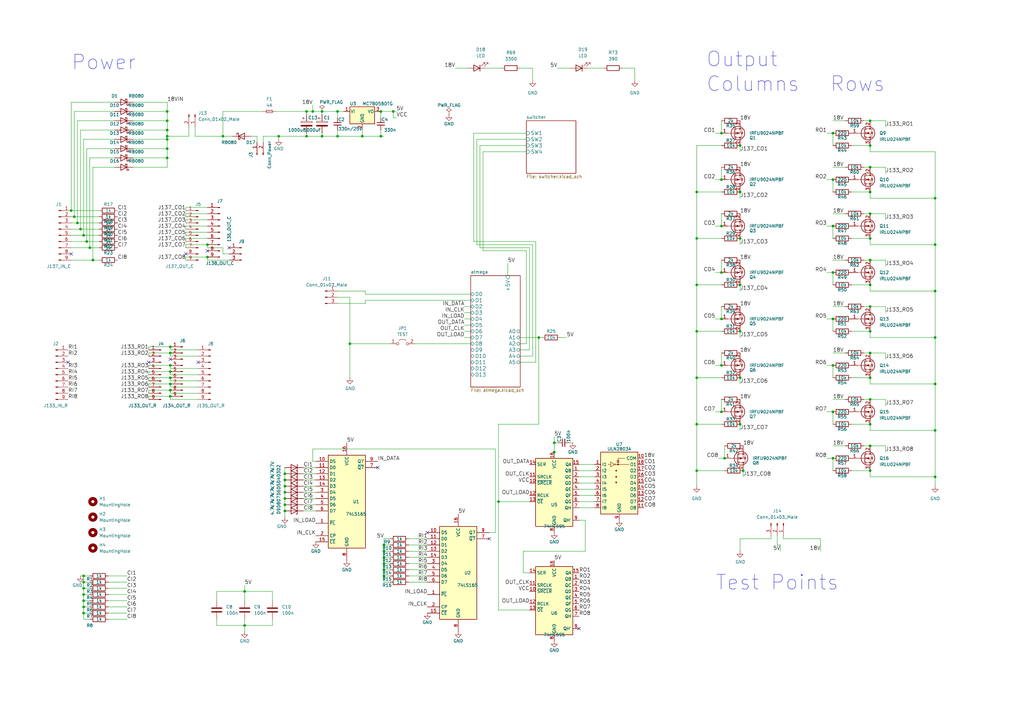
<source format=kicad_sch>
(kicad_sch (version 20211123) (generator eeschema)
  (paper "A3")
  (title_block (title "afterglow") (rev "1.5") (company "bitfield labs"))
  (lib_symbols
    (symbol "74xx:74HC595"
      (property "Reference" "U" (at -7.62 13.97 0))
      (property "Value" "74HC595" (at -7.62 -16.51 0))
      (symbol "74HC595_1_0"
        (pin tri_state line (at 10.16 7.62 180) (length 2.54) (name "QB") (number "1"))
        (pin input line (at -10.16 2.54 0) (length 2.54) (name "~{SRCLR}") (number "10"))
        (pin input line (at -10.16 5.08 0) (length 2.54) (name "SRCLK") (number "11"))
        (pin input line (at -10.16 -2.54 0) (length 2.54) (name "RCLK") (number "12"))
        (pin input line (at -10.16 -5.08 0) (length 2.54) (name "~{OE}") (number "13"))
        (pin input line (at -10.16 10.16 0) (length 2.54) (name "SER") (number "14"))
        (pin tri_state line (at 10.16 10.16 180) (length 2.54) (name "QA") (number "15"))
        (pin power_in line (at 0 15.24 270) (length 2.54) (name "VCC") (number "16"))
        (pin tri_state line (at 10.16 5.08 180) (length 2.54) (name "QC") (number "2"))
        (pin tri_state line (at 10.16 2.54 180) (length 2.54) (name "QD") (number "3"))
        (pin tri_state line (at 10.16 0 180) (length 2.54) (name "QE") (number "4"))
        (pin tri_state line (at 10.16 -2.54 180) (length 2.54) (name "QF") (number "5"))
        (pin tri_state line (at 10.16 -5.08 180) (length 2.54) (name "QG") (number "6"))
        (pin tri_state line (at 10.16 -7.62 180) (length 2.54) (name "QH") (number "7"))
        (pin power_in line (at 0 -17.78 90) (length 2.54) (name "GND") (number "8"))
        (pin output line (at 10.16 -12.7 180) (length 2.54) (name "QH'") (number "9"))
      )
    )
    (symbol "74xx:74LS165"
      (property "Reference" "U" (at -7.62 19.05 0))
      (property "Value" "74LS165" (at -7.62 -21.59 0))
      (symbol "74LS165_1_0"
        (pin input line (at -12.7 -10.16 0) (length 5.08) (name "~{PL}") (number "1"))
        (pin input line (at -12.7 15.24 0) (length 5.08) (name "DS") (number "10"))
        (pin input line (at -12.7 12.7 0) (length 5.08) (name "D0") (number "11"))
        (pin input line (at -12.7 10.16 0) (length 5.08) (name "D1") (number "12"))
        (pin input line (at -12.7 7.62 0) (length 5.08) (name "D2") (number "13"))
        (pin input line (at -12.7 5.08 0) (length 5.08) (name "D3") (number "14"))
        (pin input line (at -12.7 -17.78 0) (length 5.08) (name "~{CE}") (number "15"))
        (pin power_in line (at 0 22.86 270) (length 5.08) (name "VCC") (number "16"))
        (pin input line (at -12.7 -15.24 0) (length 5.08) (name "CP") (number "2"))
        (pin input line (at -12.7 2.54 0) (length 5.08) (name "D4") (number "3"))
        (pin input line (at -12.7 0 0) (length 5.08) (name "D5") (number "4"))
        (pin input line (at -12.7 -2.54 0) (length 5.08) (name "D6") (number "5"))
        (pin input line (at -12.7 -5.08 0) (length 5.08) (name "D7") (number "6"))
        (pin output line (at 12.7 12.7 180) (length 5.08) (name "~{Q7}") (number "7"))
        (pin power_in line (at 0 -25.4 90) (length 5.08) (name "GND") (number "8"))
        (pin output line (at 12.7 15.24 180) (length 5.08) (name "Q7") (number "9"))
      )
    )
    (symbol "Connector:Conn_01x02_Male" (pin_names (offset 1.016) hide)
      (property "Reference" "J" (at 0 2.54 0))
      (property "Value" "Conn_01x02_Male" (at 0 -5.08 0))
      (symbol "Conn_01x02_Male_1_1"
        (pin passive line (at 5.08 0 180) (length 3.81) (name "Pin_1") (number "1"))
        (pin passive line (at 5.08 -2.54 180) (length 3.81) (name "Pin_2") (number "2"))
      )
    )
    (symbol "Connector:Conn_01x03_Male" (pin_names (offset 1.016) hide)
      (property "Reference" "J" (at 0 5.08 0))
      (property "Value" "Conn_01x03_Male" (at 0 -5.08 0))
      (symbol "Conn_01x03_Male_1_1"
        (pin passive line (at 5.08 2.54 180) (length 3.81) (name "Pin_1") (number "1"))
        (pin passive line (at 5.08 0 180) (length 3.81) (name "Pin_2") (number "2"))
        (pin passive line (at 5.08 -2.54 180) (length 3.81) (name "Pin_3") (number "3"))
      )
    )
    (symbol "Connector:Conn_01x09_Male" (pin_names (offset 1.016) hide)
      (property "Reference" "J" (at 0 12.7 0))
      (property "Value" "Conn_01x09_Male" (at 0 -12.7 0))
      (symbol "Conn_01x09_Male_1_1"
        (pin passive line (at 5.08 10.16 180) (length 3.81) (name "Pin_1") (number "1"))
        (pin passive line (at 5.08 7.62 180) (length 3.81) (name "Pin_2") (number "2"))
        (pin passive line (at 5.08 5.08 180) (length 3.81) (name "Pin_3") (number "3"))
        (pin passive line (at 5.08 2.54 180) (length 3.81) (name "Pin_4") (number "4"))
        (pin passive line (at 5.08 0 180) (length 3.81) (name "Pin_5") (number "5"))
        (pin passive line (at 5.08 -2.54 180) (length 3.81) (name "Pin_6") (number "6"))
        (pin passive line (at 5.08 -5.08 180) (length 3.81) (name "Pin_7") (number "7"))
        (pin passive line (at 5.08 -7.62 180) (length 3.81) (name "Pin_8") (number "8"))
        (pin passive line (at 5.08 -10.16 180) (length 3.81) (name "Pin_9") (number "9"))
      )
    )
    (symbol "Device:C" (pin_numbers hide) (pin_names (offset 0.254))
      (property "Reference" "C" (at 0.635 2.54 0))
      (property "Value" "C" (at 0.635 -2.54 0))
      (symbol "C_1_1"
        (pin passive line (at 0 3.81 270) (length 2.794) (name "~") (number "1"))
        (pin passive line (at 0 -3.81 90) (length 2.794) (name "~") (number "2"))
      )
    )
    (symbol "Device:CP" (pin_numbers hide) (pin_names (offset 0.254))
      (property "Reference" "C" (at 0.635 2.54 0))
      (property "Value" "Device_CP" (at 0.635 -2.54 0))
      (symbol "CP_1_1"
        (pin passive line (at 0 3.81 270) (length 2.794) (name "~") (number "1"))
        (pin passive line (at 0 -3.81 90) (length 2.794) (name "~") (number "2"))
      )
    )
    (symbol "Device:C_Small" (pin_numbers hide) (pin_names (offset 0.254) hide)
      (property "Reference" "C" (at 0.254 1.778 0))
      (property "Value" "C_Small" (at 0.254 -2.032 0))
      (symbol "C_Small_1_1"
        (pin passive line (at 0 2.54 270) (length 2.032) (name "~") (number "1"))
        (pin passive line (at 0 -2.54 90) (length 2.032) (name "~") (number "2"))
      )
    )
    (symbol "Device:D_Schottky" (pin_numbers hide) (pin_names (offset 1.016) hide)
      (property "Reference" "D" (at 0 2.54 0))
      (property "Value" "D_Schottky" (at 0 -2.54 0))
      (symbol "D_Schottky_1_1"
        (pin passive line (at -3.81 0 0) (length 2.54) (name "K") (number "1"))
        (pin passive line (at 3.81 0 180) (length 2.54) (name "A") (number "2"))
      )
    )
    (symbol "Device:D_Zener" (pin_numbers hide) (pin_names (offset 1.016) hide)
      (property "Reference" "D" (at 0 2.54 0))
      (property "Value" "D_Zener" (at 0 -2.54 0))
      (symbol "D_Zener_1_1"
        (pin passive line (at -3.81 0 0) (length 2.54) (name "K") (number "1"))
        (pin passive line (at 3.81 0 180) (length 2.54) (name "A") (number "2"))
      )
    )
    (symbol "Device:Fuse_Small" (pin_numbers hide) (pin_names (offset 0.254) hide)
      (property "Reference" "F" (at 0 -1.524 0))
      (property "Value" "Fuse_Small" (at 0 1.524 0))
      (symbol "Fuse_Small_1_1"
        (pin passive line (at -2.54 0 0) (length 1.27) (name "~") (number "1"))
        (pin passive line (at 2.54 0 180) (length 1.27) (name "~") (number "2"))
      )
    )
    (symbol "Device:LED" (pin_numbers hide) (pin_names (offset 1.016) hide)
      (property "Reference" "D" (at 0 2.54 0))
      (property "Value" "LED" (at 0 -2.54 0))
      (symbol "LED_1_1"
        (pin passive line (at -3.81 0 0) (length 2.54) (name "K") (number "1"))
        (pin passive line (at 3.81 0 180) (length 2.54) (name "A") (number "2"))
      )
    )
    (symbol "Device:R" (pin_numbers hide) (pin_names (offset 0))
      (property "Reference" "R" (at 2.032 0 90))
      (property "Value" "R" (at 0 0 90))
      (symbol "R_1_1"
        (pin passive line (at 0 3.81 270) (length 1.27) (name "~") (number "1"))
        (pin passive line (at 0 -3.81 90) (length 1.27) (name "~") (number "2"))
      )
    )
    (symbol "Jumper:Jumper_2_Open" (pin_names (offset 0) hide)
      (property "Reference" "JP" (at 0 2.794 0))
      (property "Value" "Jumper_2_Open" (at 0 -2.286 0))
      (symbol "Jumper_2_Open_1_1"
        (pin passive line (at -5.08 0 0) (length 2.54) (name "A") (number "1"))
        (pin passive line (at 5.08 0 180) (length 2.54) (name "B") (number "2"))
      )
    )
    (symbol "Mechanical:MountingHole" (pin_names (offset 1.016))
      (property "Reference" "H" (at 0 5.08 0))
      (property "Value" "MountingHole" (at 0 3.175 0))
    )
    (symbol "Regulator_Linear:LM7805_TO220" (pin_names (offset 0.254))
      (property "Reference" "U" (at -3.81 3.175 0))
      (property "Value" "LM7805_TO220" (at 0 3.175 0))
      (symbol "LM7805_TO220_1_1"
        (pin power_in line (at -7.62 0 0) (length 2.54) (name "VI") (number "1"))
        (pin power_in line (at 0 -7.62 90) (length 2.54) (name "GND") (number "2"))
        (pin power_out line (at 7.62 0 180) (length 2.54) (name "VO") (number "3"))
      )
    )
    (symbol "Transistor_Array:ULN2803A"
      (property "Reference" "U" (at 0 13.335 0))
      (property "Value" "ULN2803A" (at 0 11.43 0))
      (symbol "ULN2803A_1_1"
        (pin input line (at -10.16 5.08 0) (length 2.54) (name "I1") (number "1"))
        (pin passive line (at 10.16 7.62 180) (length 2.54) (name "COM") (number "10"))
        (pin open_collector line (at 10.16 -12.7 180) (length 2.54) (name "O8") (number "11"))
        (pin open_collector line (at 10.16 -10.16 180) (length 2.54) (name "O7") (number "12"))
        (pin open_collector line (at 10.16 -7.62 180) (length 2.54) (name "O6") (number "13"))
        (pin open_collector line (at 10.16 -5.08 180) (length 2.54) (name "O5") (number "14"))
        (pin open_collector line (at 10.16 -2.54 180) (length 2.54) (name "O4") (number "15"))
        (pin open_collector line (at 10.16 0 180) (length 2.54) (name "O3") (number "16"))
        (pin open_collector line (at 10.16 2.54 180) (length 2.54) (name "O2") (number "17"))
        (pin open_collector line (at 10.16 5.08 180) (length 2.54) (name "O1") (number "18"))
        (pin input line (at -10.16 2.54 0) (length 2.54) (name "I2") (number "2"))
        (pin input line (at -10.16 0 0) (length 2.54) (name "I3") (number "3"))
        (pin input line (at -10.16 -2.54 0) (length 2.54) (name "I4") (number "4"))
        (pin input line (at -10.16 -5.08 0) (length 2.54) (name "I5") (number "5"))
        (pin input line (at -10.16 -7.62 0) (length 2.54) (name "I6") (number "6"))
        (pin input line (at -10.16 -10.16 0) (length 2.54) (name "I7") (number "7"))
        (pin input line (at -10.16 -12.7 0) (length 2.54) (name "I8") (number "8"))
        (pin power_in line (at 0 -17.78 90) (length 2.54) (name "GND") (number "9"))
      )
    )
    (symbol "Transistor_FET:IRF540N" (pin_names hide)
      (property "Reference" "Q" (at 6.35 1.905 0))
      (property "Value" "IRF540N" (at 6.35 0 0))
      (symbol "IRF540N_1_1"
        (pin input line (at -5.08 0 0) (length 2.54) (name "G") (number "1"))
        (pin passive line (at 2.54 5.08 270) (length 2.54) (name "D") (number "2"))
        (pin passive line (at 2.54 -5.08 90) (length 2.54) (name "S") (number "3"))
      )
    )
    (symbol "Transistor_FET:IRF9540N" (pin_names hide)
      (property "Reference" "Q" (at 5.08 1.905 0))
      (property "Value" "IRF9540N" (at 5.08 0 0))
      (symbol "IRF9540N_1_1"
        (pin input line (at -5.08 0 0) (length 2.54) (name "G") (number "1"))
        (pin passive line (at 2.54 5.08 270) (length 2.54) (name "D") (number "2"))
        (pin passive line (at 2.54 -5.08 90) (length 2.54) (name "S") (number "3"))
      )
    )
    (symbol "power:GND" (power) (pin_names (offset 0))
      (property "Value" "GND" (at 0 -3.81 0))
      (symbol "GND_1_1"
        (pin power_in line (at 0 0 270) (length 0) hide (name "GND") (number "1"))
      )
    )
    (symbol "power:PWR_FLAG" (power) (pin_numbers hide) (pin_names (offset 0) hide)
      (property "Value" "PWR_FLAG" (at 0 3.81 0))
      (symbol "PWR_FLAG_0_0"
        (pin power_out line (at 0 0 90) (length 0) (name "pwr") (number "1"))
      )
    )
  )
  (junction (at 356.87 68.58))
  (junction (at 69.85 144.78))
  (junction (at 34.29 246.38))
  (junction (at 297.18 187.96))
  (junction (at 132.08 45.72))
  (junction (at 303.53 135.89))
  (junction (at 68.58 64.77))
  (junction (at 85.09 100.33))
  (junction (at 125.73 45.72))
  (junction (at 356.87 78.74))
  (junction (at 295.91 130.81))
  (junction (at 34.29 96.52))
  (junction (at 295.91 54.61))
  (junction (at 157.48 228.6))
  (junction (at 341.63 92.71))
  (junction (at 34.29 251.46))
  (junction (at 341.63 168.91))
  (junction (at 285.75 154.94))
  (junction (at 303.53 59.69))
  (junction (at 383.54 157.48))
  (junction (at 31.75 91.44))
  (junction (at 34.29 238.76))
  (junction (at 295.91 92.71))
  (junction (at 116.84 201.93))
  (junction (at 68.58 45.72))
  (junction (at 69.85 162.56))
  (junction (at 285.75 193.04))
  (junction (at 383.54 81.28))
  (junction (at 68.58 57.15))
  (junction (at 91.44 55.88))
  (junction (at 356.87 163.83))
  (junction (at 161.29 45.72))
  (junction (at 114.3 55.88))
  (junction (at 303.53 78.74))
  (junction (at 157.48 226.06))
  (junction (at 125.73 55.88))
  (junction (at 156.21 45.72))
  (junction (at 69.85 142.24))
  (junction (at 34.29 243.84))
  (junction (at 304.8 193.04))
  (junction (at 30.48 88.9))
  (junction (at 295.91 73.66))
  (junction (at 100.33 242.57))
  (junction (at 383.54 176.53))
  (junction (at 303.53 97.79))
  (junction (at 285.75 173.99))
  (junction (at 100.33 256.54))
  (junction (at 303.53 116.84))
  (junction (at 157.48 236.22))
  (junction (at 69.85 157.48))
  (junction (at 138.43 45.72))
  (junction (at 220.98 138.43))
  (junction (at 356.87 97.79))
  (junction (at 68.58 53.34))
  (junction (at 341.63 149.86))
  (junction (at 138.43 55.88))
  (junction (at 356.87 154.94))
  (junction (at 157.48 223.52))
  (junction (at 34.29 241.3))
  (junction (at 227.33 185.42))
  (junction (at 38.1 106.68))
  (junction (at 204.47 205.74))
  (junction (at 29.21 86.36))
  (junction (at 85.09 105.41))
  (junction (at 356.87 193.04))
  (junction (at 128.27 45.72))
  (junction (at 34.29 248.92))
  (junction (at 132.08 55.88))
  (junction (at 35.56 99.06))
  (junction (at 116.84 199.39))
  (junction (at 148.59 55.88))
  (junction (at 356.87 182.88))
  (junction (at 356.87 116.84))
  (junction (at 303.53 173.99))
  (junction (at 356.87 87.63))
  (junction (at 356.87 59.69))
  (junction (at 34.29 236.22))
  (junction (at 69.85 152.4))
  (junction (at 341.63 54.61))
  (junction (at 341.63 73.66))
  (junction (at 116.84 207.01))
  (junction (at 295.91 149.86))
  (junction (at 295.91 111.76))
  (junction (at 116.84 204.47))
  (junction (at 116.84 196.85))
  (junction (at 383.54 138.43))
  (junction (at 341.63 111.76))
  (junction (at 356.87 173.99))
  (junction (at 356.87 135.89))
  (junction (at 116.84 209.55))
  (junction (at 156.21 55.88))
  (junction (at 33.02 93.98))
  (junction (at 68.58 60.96))
  (junction (at 68.58 49.53))
  (junction (at 143.51 140.97))
  (junction (at 69.85 154.94))
  (junction (at 383.54 100.33))
  (junction (at 356.87 144.78))
  (junction (at 285.75 78.74))
  (junction (at 383.54 195.58))
  (junction (at 285.75 97.79))
  (junction (at 356.87 49.53))
  (junction (at 157.48 231.14))
  (junction (at 285.75 135.89))
  (junction (at 295.91 168.91))
  (junction (at 36.83 101.6))
  (junction (at 69.85 149.86))
  (junction (at 383.54 119.38))
  (junction (at 341.63 130.81))
  (junction (at 157.48 233.68))
  (junction (at 68.58 55.88))
  (junction (at 303.53 154.94))
  (junction (at 356.87 125.73))
  (junction (at 285.75 116.84))
  (junction (at 341.63 187.96))
  (junction (at 356.87 106.68))
  (junction (at 69.85 160.02))
  (junction (at 227.33 181.61))
  (junction (at 116.84 194.31))
  (no_connect (at 175.26 218.44))
  (no_connect (at 76.2 104.14))
  (no_connect (at 154.94 191.77))
  (no_connect (at 200.66 220.98))
  (no_connect (at 85.09 102.87))
  (no_connect (at 93.98 101.6))
  (no_connect (at 29.21 104.14))
  (no_connect (at 69.85 147.32))
  (no_connect (at 81.28 148.59))
  (no_connect (at 27.94 148.59))
  (no_connect (at 237.49 257.81))
  (no_connect (at 60.96 148.59))
  (wire (pts (xy 107.95 58.42) (xy 107.95 55.88)))
  (wire (pts (xy 285.75 78.74) (xy 285.75 97.79)))
  (wire (pts (xy 69.85 152.4) (xy 60.96 152.4)))
  (wire (pts (xy 215.9 102.87) (xy 215.9 140.97)))
  (wire (pts (xy 54.61 45.72) (xy 68.58 45.72)))
  (wire (pts (xy 157.48 220.98) (xy 157.48 223.52)))
  (wire (pts (xy 68.58 41.91) (xy 68.58 45.72)))
  (wire (pts (xy 76.2 92.71) (xy 76.2 93.98)))
  (wire (pts (xy 356.87 163.83) (xy 363.22 163.83)))
  (wire (pts (xy 69.85 158.75) (xy 69.85 157.48)))
  (wire (pts (xy 69.85 153.67) (xy 69.85 152.4)))
  (wire (pts (xy 363.22 163.83) (xy 363.22 166.37)))
  (wire (pts (xy 303.53 116.84) (xy 303.53 119.38)))
  (wire (pts (xy 196.85 101.6) (xy 217.17 101.6)))
  (wire (pts (xy 34.29 96.52) (xy 34.29 57.15)))
  (wire (pts (xy 85.09 105.41) (xy 76.2 105.41)))
  (wire (pts (xy 336.55 220.98) (xy 321.31 220.98)))
  (wire (pts (xy 69.85 154.94) (xy 60.96 154.94)))
  (wire (pts (xy 30.48 88.9) (xy 29.21 88.9)))
  (wire (pts (xy 52.07 248.92) (xy 44.45 248.92)))
  (wire (pts (xy 161.29 48.26) (xy 162.56 48.26)))
  (wire (pts (xy 81.28 143.51) (xy 69.85 143.51)))
  (wire (pts (xy 69.85 143.51) (xy 69.85 142.24)))
  (wire (pts (xy 341.63 144.78) (xy 346.71 144.78)))
  (wire (pts (xy 303.53 78.74) (xy 303.53 81.28)))
  (wire (pts (xy 113.03 45.72) (xy 125.73 45.72)))
  (wire (pts (xy 356.87 62.23) (xy 383.54 62.23)))
  (wire (pts (xy 190.5 135.89) (xy 193.04 135.89)))
  (wire (pts (xy 88.9 242.57) (xy 88.9 246.38)))
  (wire (pts (xy 116.84 196.85) (xy 116.84 199.39)))
  (wire (pts (xy 303.53 59.69) (xy 303.53 62.23)))
  (wire (pts (xy 60.96 152.4) (xy 60.96 153.67)))
  (wire (pts (xy 341.63 182.88) (xy 346.71 182.88)))
  (wire (pts (xy 148.59 55.88) (xy 156.21 55.88)))
  (wire (pts (xy 116.84 194.31) (xy 116.84 196.85)))
  (wire (pts (xy 157.48 238.76) (xy 160.02 238.76)))
  (wire (pts (xy 341.63 130.81) (xy 339.09 130.81)))
  (wire (pts (xy 285.75 135.89) (xy 285.75 154.94)))
  (wire (pts (xy 69.85 163.83) (xy 81.28 163.83)))
  (wire (pts (xy 69.85 144.78) (xy 60.96 144.78)))
  (wire (pts (xy 346.71 106.68) (xy 341.63 106.68)))
  (wire (pts (xy 243.84 198.12) (xy 237.49 198.12)))
  (wire (pts (xy 218.44 27.94) (xy 218.44 33.02)))
  (wire (pts (xy 85.09 100.33) (xy 76.2 100.33)))
  (wire (pts (xy 354.33 87.63) (xy 356.87 87.63)))
  (wire (pts (xy 316.23 219.71) (xy 316.23 220.98)))
  (wire (pts (xy 34.29 248.92) (xy 34.29 251.46)))
  (wire (pts (xy 227.33 181.61) (xy 227.33 185.42)))
  (wire (pts (xy 383.54 62.23) (xy 383.54 81.28)))
  (wire (pts (xy 194.31 54.61) (xy 194.31 99.06)))
  (wire (pts (xy 95.25 55.88) (xy 91.44 55.88)))
  (wire (pts (xy 356.87 97.79) (xy 356.87 100.33)))
  (wire (pts (xy 157.48 231.14) (xy 157.48 233.68)))
  (wire (pts (xy 129.54 196.85) (xy 124.46 196.85)))
  (wire (pts (xy 293.37 54.61) (xy 295.91 54.61)))
  (wire (pts (xy 34.29 236.22) (xy 36.83 236.22)))
  (wire (pts (xy 356.87 78.74) (xy 356.87 81.28)))
  (wire (pts (xy 69.85 151.13) (xy 69.85 149.86)))
  (wire (pts (xy 356.87 106.68) (xy 363.22 106.68)))
  (wire (pts (xy 30.48 88.9) (xy 30.48 45.72)))
  (wire (pts (xy 100.33 240.03) (xy 100.33 242.57)))
  (wire (pts (xy 303.53 135.89) (xy 303.53 138.43)))
  (wire (pts (xy 69.85 160.02) (xy 60.96 160.02)))
  (wire (pts (xy 36.83 101.6) (xy 36.83 64.77)))
  (wire (pts (xy 77.47 55.88) (xy 77.47 52.07)))
  (wire (pts (xy 52.07 251.46) (xy 44.45 251.46)))
  (wire (pts (xy 129.54 189.23) (xy 128.27 189.23)))
  (wire (pts (xy 228.6 27.94) (xy 233.68 27.94)))
  (wire (pts (xy 363.22 182.88) (xy 363.22 185.42)))
  (wire (pts (xy 116.84 204.47) (xy 116.84 207.01)))
  (wire (pts (xy 33.02 53.34) (xy 46.99 53.34)))
  (wire (pts (xy 356.87 68.58) (xy 363.22 68.58)))
  (wire (pts (xy 54.61 57.15) (xy 68.58 57.15)))
  (wire (pts (xy 341.63 49.53) (xy 346.71 49.53)))
  (wire (pts (xy 149.86 119.38) (xy 138.43 119.38)))
  (wire (pts (xy 157.48 236.22) (xy 157.48 238.76)))
  (wire (pts (xy 157.48 233.68) (xy 157.48 236.22)))
  (wire (pts (xy 341.63 92.71) (xy 339.09 92.71)))
  (wire (pts (xy 363.22 49.53) (xy 363.22 52.07)))
  (wire (pts (xy 303.53 173.99) (xy 303.53 176.53)))
  (wire (pts (xy 85.09 95.25) (xy 76.2 95.25)))
  (wire (pts (xy 68.58 45.72) (xy 68.58 49.53)))
  (wire (pts (xy 285.75 78.74) (xy 295.91 78.74)))
  (wire (pts (xy 91.44 45.72) (xy 107.95 45.72)))
  (wire (pts (xy 341.63 163.83) (xy 346.71 163.83)))
  (wire (pts (xy 129.54 194.31) (xy 124.46 194.31)))
  (wire (pts (xy 318.77 219.71) (xy 318.77 223.52)))
  (wire (pts (xy 203.2 218.44) (xy 203.2 184.15)))
  (wire (pts (xy 167.64 226.06) (xy 175.26 226.06)))
  (wire (pts (xy 341.63 87.63) (xy 346.71 87.63)))
  (wire (pts (xy 34.29 238.76) (xy 34.29 241.3)))
  (wire (pts (xy 157.48 226.06) (xy 157.48 228.6)))
  (wire (pts (xy 213.36 138.43) (xy 220.98 138.43)))
  (wire (pts (xy 195.58 100.33) (xy 218.44 100.33)))
  (wire (pts (xy 295.91 168.91) (xy 295.91 163.83)))
  (wire (pts (xy 138.43 53.34) (xy 138.43 55.88)))
  (wire (pts (xy 356.87 195.58) (xy 383.54 195.58)))
  (wire (pts (xy 161.29 45.72) (xy 162.56 45.72)))
  (wire (pts (xy 341.63 68.58) (xy 346.71 68.58)))
  (wire (pts (xy 157.48 226.06) (xy 160.02 226.06)))
  (wire (pts (xy 76.2 97.79) (xy 76.2 99.06)))
  (wire (pts (xy 233.68 181.61) (xy 234.95 181.61)))
  (wire (pts (xy 349.25 78.74) (xy 356.87 78.74)))
  (wire (pts (xy 114.3 55.88) (xy 125.73 55.88)))
  (wire (pts (xy 60.96 162.56) (xy 60.96 163.83)))
  (wire (pts (xy 316.23 220.98) (xy 303.53 220.98)))
  (wire (pts (xy 218.44 100.33) (xy 218.44 146.05)))
  (wire (pts (xy 80.01 55.88) (xy 91.44 55.88)))
  (wire (pts (xy 100.33 256.54) (xy 100.33 259.08)))
  (wire (pts (xy 35.56 99.06) (xy 35.56 60.96)))
  (wire (pts (xy 54.61 41.91) (xy 68.58 41.91)))
  (wire (pts (xy 156.21 45.72) (xy 161.29 45.72)))
  (wire (pts (xy 354.33 68.58) (xy 356.87 68.58)))
  (wire (pts (xy 52.07 243.84) (xy 44.45 243.84)))
  (wire (pts (xy 190.5 128.27) (xy 193.04 128.27)))
  (wire (pts (xy 29.21 99.06) (xy 35.56 99.06)))
  (wire (pts (xy 76.2 85.09) (xy 85.09 85.09)))
  (wire (pts (xy 285.75 116.84) (xy 295.91 116.84)))
  (wire (pts (xy 285.75 154.94) (xy 295.91 154.94)))
  (wire (pts (xy 68.58 57.15) (xy 68.58 60.96)))
  (wire (pts (xy 356.87 59.69) (xy 356.87 62.23)))
  (wire (pts (xy 356.87 173.99) (xy 356.87 176.53)))
  (wire (pts (xy 215.9 54.61) (xy 194.31 54.61)))
  (wire (pts (xy 156.21 55.88) (xy 157.48 55.88)))
  (wire (pts (xy 100.33 256.54) (xy 100.33 254)))
  (wire (pts (xy 175.26 223.52) (xy 167.64 223.52)))
  (wire (pts (xy 100.33 242.57) (xy 100.33 246.38)))
  (wire (pts (xy 260.35 27.94) (xy 260.35 33.02)))
  (wire (pts (xy 198.12 102.87) (xy 215.9 102.87)))
  (wire (pts (xy 199.39 27.94) (xy 205.74 27.94)))
  (wire (pts (xy 285.75 116.84) (xy 285.75 135.89)))
  (wire (pts (xy 354.33 49.53) (xy 356.87 49.53)))
  (wire (pts (xy 35.56 60.96) (xy 46.99 60.96)))
  (wire (pts (xy 34.29 57.15) (xy 46.99 57.15)))
  (wire (pts (xy 356.87 138.43) (xy 383.54 138.43)))
  (wire (pts (xy 237.49 208.28) (xy 243.84 208.28)))
  (wire (pts (xy 167.64 236.22) (xy 175.26 236.22)))
  (wire (pts (xy 88.9 254) (xy 88.9 256.54)))
  (wire (pts (xy 356.87 176.53) (xy 383.54 176.53)))
  (wire (pts (xy 320.04 223.52) (xy 320.04 226.06)))
  (wire (pts (xy 285.75 135.89) (xy 295.91 135.89)))
  (wire (pts (xy 68.58 49.53) (xy 68.58 53.34)))
  (wire (pts (xy 33.02 236.22) (xy 34.29 236.22)))
  (wire (pts (xy 69.85 146.05) (xy 69.85 144.78)))
  (wire (pts (xy 60.96 154.94) (xy 60.96 156.21)))
  (wire (pts (xy 383.54 195.58) (xy 383.54 176.53)))
  (wire (pts (xy 116.84 201.93) (xy 116.84 204.47)))
  (wire (pts (xy 190.5 130.81) (xy 193.04 130.81)))
  (wire (pts (xy 175.26 233.68) (xy 167.64 233.68)))
  (wire (pts (xy 215.9 59.69) (xy 196.85 59.69)))
  (wire (pts (xy 356.87 116.84) (xy 356.87 119.38)))
  (wire (pts (xy 295.91 92.71) (xy 293.37 92.71)))
  (wire (pts (xy 116.84 209.55) (xy 116.84 212.09)))
  (wire (pts (xy 293.37 168.91) (xy 295.91 168.91)))
  (wire (pts (xy 160.02 220.98) (xy 157.48 220.98)))
  (wire (pts (xy 321.31 220.98) (xy 321.31 219.71)))
  (wire (pts (xy 68.58 55.88) (xy 77.47 55.88)))
  (wire (pts (xy 54.61 64.77) (xy 68.58 64.77)))
  (wire (pts (xy 213.36 27.94) (xy 218.44 27.94)))
  (wire (pts (xy 297.18 187.96) (xy 294.64 187.96)))
  (wire (pts (xy 81.28 161.29) (xy 69.85 161.29)))
  (wire (pts (xy 227.33 181.61) (xy 228.6 181.61)))
  (wire (pts (xy 143.51 140.97) (xy 160.02 140.97)))
  (wire (pts (xy 208.28 107.95) (xy 208.28 113.03)))
  (wire (pts (xy 31.75 49.53) (xy 46.99 49.53)))
  (wire (pts (xy 240.03 226.06) (xy 240.03 213.36)))
  (wire (pts (xy 363.22 87.63) (xy 363.22 90.17)))
  (wire (pts (xy 34.29 246.38) (xy 36.83 246.38)))
  (wire (pts (xy 157.48 236.22) (xy 160.02 236.22)))
  (wire (pts (xy 157.48 228.6) (xy 160.02 228.6)))
  (wire (pts (xy 293.37 149.86) (xy 295.91 149.86)))
  (wire (pts (xy 240.03 213.36) (xy 237.49 213.36)))
  (wire (pts (xy 132.08 45.72) (xy 132.08 46.99)))
  (wire (pts (xy 80.01 55.88) (xy 80.01 52.07)))
  (wire (pts (xy 69.85 149.86) (xy 60.96 149.86)))
  (wire (pts (xy 295.91 130.81) (xy 293.37 130.81)))
  (wire (pts (xy 363.22 144.78) (xy 363.22 147.32)))
  (wire (pts (xy 156.21 45.72) (xy 156.21 48.26)))
  (wire (pts (xy 218.44 146.05) (xy 213.36 146.05)))
  (wire (pts (xy 237.49 195.58) (xy 243.84 195.58)))
  (wire (pts (xy 116.84 199.39) (xy 116.84 201.93)))
  (wire (pts (xy 356.87 119.38) (xy 383.54 119.38)))
  (wire (pts (xy 356.87 173.99) (xy 349.25 173.99)))
  (wire (pts (xy 285.75 154.94) (xy 285.75 173.99)))
  (wire (pts (xy 243.84 205.74) (xy 237.49 205.74)))
  (wire (pts (xy 76.2 86.36) (xy 76.2 85.09)))
  (wire (pts (xy 100.33 242.57) (xy 88.9 242.57)))
  (wire (pts (xy 132.08 54.61) (xy 132.08 55.88)))
  (wire (pts (xy 68.58 60.96) (xy 68.58 64.77)))
  (wire (pts (xy 44.45 238.76) (xy 52.07 238.76)))
  (wire (pts (xy 341.63 97.79) (xy 341.63 92.71)))
  (wire (pts (xy 33.02 93.98) (xy 40.64 93.98)))
  (wire (pts (xy 220.98 138.43) (xy 220.98 173.99)))
  (wire (pts (xy 124.46 209.55) (xy 129.54 209.55)))
  (wire (pts (xy 129.54 207.01) (xy 124.46 207.01)))
  (wire (pts (xy 81.28 153.67) (xy 69.85 153.67)))
  (wire (pts (xy 143.51 140.97) (xy 143.51 154.94)))
  (wire (pts (xy 341.63 187.96) (xy 339.09 187.96)))
  (wire (pts (xy 143.51 121.92) (xy 143.51 140.97)))
  (wire (pts (xy 349.25 116.84) (xy 356.87 116.84)))
  (wire (pts (xy 149.86 120.65) (xy 149.86 119.38)))
  (wire (pts (xy 35.56 99.06) (xy 40.64 99.06)))
  (wire (pts (xy 60.96 144.78) (xy 60.96 146.05)))
  (wire (pts (xy 34.29 248.92) (xy 36.83 248.92)))
  (wire (pts (xy 29.21 93.98) (xy 33.02 93.98)))
  (wire (pts (xy 356.87 182.88) (xy 363.22 182.88)))
  (wire (pts (xy 336.55 226.06) (xy 336.55 220.98)))
  (wire (pts (xy 76.2 88.9) (xy 76.2 87.63)))
  (wire (pts (xy 243.84 193.04) (xy 237.49 193.04)))
  (wire (pts (xy 349.25 193.04) (xy 356.87 193.04)))
  (wire (pts (xy 100.33 256.54) (xy 111.76 256.54)))
  (wire (pts (xy 356.87 157.48) (xy 383.54 157.48)))
  (wire (pts (xy 160.02 223.52) (xy 157.48 223.52)))
  (wire (pts (xy 354.33 125.73) (xy 356.87 125.73)))
  (wire (pts (xy 157.48 228.6) (xy 157.48 231.14)))
  (wire (pts (xy 303.53 97.79) (xy 303.53 100.33)))
  (wire (pts (xy 29.21 41.91) (xy 46.99 41.91)))
  (wire (pts (xy 356.87 144.78) (xy 363.22 144.78)))
  (wire (pts (xy 195.58 57.15) (xy 195.58 100.33)))
  (wire (pts (xy 285.75 173.99) (xy 295.91 173.99)))
  (wire (pts (xy 34.29 246.38) (xy 34.29 248.92)))
  (wire (pts (xy 285.75 59.69) (xy 285.75 78.74)))
  (wire (pts (xy 60.96 160.02) (xy 60.96 161.29)))
  (wire (pts (xy 285.75 193.04) (xy 285.75 199.39)))
  (wire (pts (xy 363.22 106.68) (xy 363.22 109.22)))
  (wire (pts (xy 167.64 231.14) (xy 175.26 231.14)))
  (wire (pts (xy 132.08 55.88) (xy 138.43 55.88)))
  (wire (pts (xy 356.87 193.04) (xy 356.87 195.58)))
  (wire (pts (xy 30.48 45.72) (xy 46.99 45.72)))
  (wire (pts (xy 204.47 250.19) (xy 217.17 250.19)))
  (wire (pts (xy 31.75 91.44) (xy 40.64 91.44)))
  (wire (pts (xy 190.5 138.43) (xy 193.04 138.43)))
  (wire (pts (xy 341.63 149.86) (xy 339.09 149.86)))
  (wire (pts (xy 295.91 111.76) (xy 293.37 111.76)))
  (wire (pts (xy 68.58 53.34) (xy 68.58 55.88)))
  (wire (pts (xy 229.87 138.43) (xy 232.41 138.43)))
  (wire (pts (xy 85.09 92.71) (xy 76.2 92.71)))
  (wire (pts (xy 68.58 55.88) (xy 68.58 57.15)))
  (wire (pts (xy 204.47 250.19) (xy 204.47 205.74)))
  (wire (pts (xy 237.49 200.66) (xy 243.84 200.66)))
  (wire (pts (xy 69.85 157.48) (xy 60.96 157.48)))
  (wire (pts (xy 44.45 254) (xy 52.07 254)))
  (wire (pts (xy 34.29 254) (xy 36.83 254)))
  (wire (pts (xy 111.76 246.38) (xy 111.76 242.57)))
  (wire (pts (xy 383.54 100.33) (xy 383.54 81.28)))
  (wire (pts (xy 341.63 111.76) (xy 341.63 116.84)))
  (wire (pts (xy 125.73 55.88) (xy 132.08 55.88)))
  (wire (pts (xy 54.61 60.96) (xy 68.58 60.96)))
  (wire (pts (xy 356.87 87.63) (xy 363.22 87.63)))
  (wire (pts (xy 69.85 163.83) (xy 69.85 162.56)))
  (wire (pts (xy 341.63 111.76) (xy 339.09 111.76)))
  (wire (pts (xy 88.9 256.54) (xy 100.33 256.54)))
  (wire (pts (xy 30.48 88.9) (xy 40.64 88.9)))
  (wire (pts (xy 156.21 55.88) (xy 156.21 53.34)))
  (wire (pts (xy 214.63 226.06) (xy 240.03 226.06)))
  (wire (pts (xy 128.27 45.72) (xy 132.08 45.72)))
  (wire (pts (xy 214.63 234.95) (xy 214.63 226.06)))
  (wire (pts (xy 349.25 97.79) (xy 356.87 97.79)))
  (wire (pts (xy 124.46 199.39) (xy 129.54 199.39)))
  (wire (pts (xy 363.22 125.73) (xy 363.22 128.27)))
  (wire (pts (xy 341.63 168.91) (xy 339.09 168.91)))
  (wire (pts (xy 295.91 87.63) (xy 295.91 92.71)))
  (wire (pts (xy 149.86 123.19) (xy 149.86 124.46)))
  (wire (pts (xy 194.31 99.06) (xy 219.71 99.06)))
  (wire (pts (xy 341.63 193.04) (xy 341.63 187.96)))
  (wire (pts (xy 76.2 87.63) (xy 85.09 87.63)))
  (wire (pts (xy 91.44 104.14) (xy 91.44 101.6)))
  (wire (pts (xy 76.2 91.44) (xy 76.2 90.17)))
  (wire (pts (xy 34.29 96.52) (xy 29.21 96.52)))
  (wire (pts (xy 219.71 148.59) (xy 213.36 148.59)))
  (wire (pts (xy 29.21 86.36) (xy 40.64 86.36)))
  (wire (pts (xy 85.09 106.68) (xy 85.09 105.41)))
  (wire (pts (xy 175.26 238.76) (xy 167.64 238.76)))
  (wire (pts (xy 237.49 190.5) (xy 243.84 190.5)))
  (wire (pts (xy 255.27 27.94) (xy 260.35 27.94)))
  (wire (pts (xy 44.45 236.22) (xy 52.07 236.22)))
  (wire (pts (xy 356.87 125.73) (xy 363.22 125.73)))
  (wire (pts (xy 200.66 218.44) (xy 203.2 218.44)))
  (wire (pts (xy 138.43 121.92) (xy 143.51 121.92)))
  (wire (pts (xy 128.27 43.18) (xy 128.27 45.72)))
  (wire (pts (xy 76.2 105.41) (xy 76.2 106.68)))
  (wire (pts (xy 190.5 133.35) (xy 193.04 133.35)))
  (wire (pts (xy 149.86 123.19) (xy 193.04 123.19)))
  (wire (pts (xy 383.54 119.38) (xy 383.54 100.33)))
  (wire (pts (xy 128.27 184.15) (xy 203.2 184.15)))
  (wire (pts (xy 38.1 106.68) (xy 40.64 106.68)))
  (wire (pts (xy 383.54 81.28) (xy 356.87 81.28)))
  (wire (pts (xy 125.73 54.61) (xy 125.73 55.88)))
  (wire (pts (xy 36.83 238.76) (xy 34.29 238.76)))
  (wire (pts (xy 341.63 59.69) (xy 341.63 54.61)))
  (wire (pts (xy 128.27 189.23) (xy 128.27 184.15)))
  (wire (pts (xy 93.98 106.68) (xy 85.09 106.68)))
  (wire (pts (xy 29.21 91.44) (xy 31.75 91.44)))
  (wire (pts (xy 125.73 45.72) (xy 128.27 45.72)))
  (wire (pts (xy 170.18 140.97) (xy 193.04 140.97)))
  (wire (pts (xy 132.08 45.72) (xy 138.43 45.72)))
  (wire (pts (xy 125.73 45.72) (xy 125.73 46.99)))
  (wire (pts (xy 36.83 101.6) (xy 40.64 101.6)))
  (wire (pts (xy 383.54 176.53) (xy 383.54 157.48)))
  (wire (pts (xy 34.29 241.3) (xy 34.29 243.84)))
  (wire (pts (xy 198.12 62.23) (xy 198.12 102.87)))
  (wire (pts (xy 68.58 64.77) (xy 68.58 68.58)))
  (wire (pts (xy 29.21 101.6) (xy 36.83 101.6)))
  (wire (pts (xy 227.33 185.42) (xy 227.33 187.96)))
  (wire (pts (xy 69.85 142.24) (xy 60.96 142.24)))
  (wire (pts (xy 349.25 59.69) (xy 356.87 59.69)))
  (wire (pts (xy 69.85 161.29) (xy 69.85 160.02)))
  (wire (pts (xy 217.17 234.95) (xy 214.63 234.95)))
  (wire (pts (xy 354.33 163.83) (xy 356.87 163.83)))
  (wire (pts (xy 54.61 49.53) (xy 68.58 49.53)))
  (wire (pts (xy 356.87 135.89) (xy 356.87 138.43)))
  (wire (pts (xy 204.47 173.99) (xy 204.47 205.74)))
  (wire (pts (xy 304.8 193.04) (xy 304.8 195.58)))
  (wire (pts (xy 196.85 59.69) (xy 196.85 101.6)))
  (wire (pts (xy 148.59 53.34) (xy 148.59 55.88)))
  (wire (pts (xy 303.53 154.94) (xy 303.53 157.48)))
  (wire (pts (xy 102.87 55.88) (xy 105.41 55.88)))
  (wire (pts (xy 227.33 181.61) (xy 227.33 179.07)))
  (wire (pts (xy 219.71 99.06) (xy 219.71 148.59)))
  (wire (pts (xy 29.21 86.36) (xy 29.21 41.91)))
  (wire (pts (xy 157.48 231.14) (xy 160.02 231.14)))
  (wire (pts (xy 34.29 243.84) (xy 34.29 246.38)))
  (wire (pts (xy 60.96 157.48) (xy 60.96 158.75)))
  (wire (pts (xy 220.98 138.43) (xy 222.25 138.43)))
  (wire (pts (xy 116.84 191.77) (xy 116.84 194.31)))
  (wire (pts (xy 124.46 191.77) (xy 129.54 191.77)))
  (wire (pts (xy 138.43 45.72) (xy 138.43 48.26)))
  (wire (pts (xy 303.53 220.98) (xy 303.53 226.06)))
  (wire (pts (xy 220.98 173.99) (xy 204.47 173.99)))
  (wire (pts (xy 81.28 156.21) (xy 69.85 156.21)))
  (wire (pts (xy 346.71 125.73) (xy 341.63 125.73)))
  (wire (pts (xy 341.63 54.61) (xy 339.09 54.61)))
  (wire (pts (xy 111.76 256.54) (xy 111.76 254)))
  (wire (pts (xy 363.22 68.58) (xy 363.22 71.12)))
  (wire (pts (xy 34.29 251.46) (xy 34.29 254)))
  (wire (pts (xy 36.83 64.77) (xy 46.99 64.77)))
  (wire (pts (xy 217.17 101.6) (xy 217.17 143.51)))
  (wire (pts (xy 215.9 62.23) (xy 198.12 62.23)))
  (wire (pts (xy 154.94 45.72) (xy 156.21 45.72)))
  (wire (pts (xy 76.2 100.33) (xy 76.2 101.6)))
  (wire (pts (xy 167.64 220.98) (xy 175.26 220.98)))
  (wire (pts (xy 341.63 173.99) (xy 341.63 168.91)))
  (wire (pts (xy 341.63 130.81) (xy 341.63 135.89)))
  (wire (pts (xy 297.18 182.88) (xy 297.18 187.96)))
  (wire (pts (xy 114.3 55.88) (xy 114.3 57.15)))
  (wire (pts (xy 383.54 138.43) (xy 383.54 119.38)))
  (wire (pts (xy 157.48 233.68) (xy 160.02 233.68)))
  (wire (pts (xy 33.02 93.98) (xy 33.02 53.34)))
  (wire (pts (xy 217.17 143.51) (xy 213.36 143.51)))
  (wire (pts (xy 157.48 223.52) (xy 157.48 226.06)))
  (wire (pts (xy 81.28 151.13) (xy 69.85 151.13)))
  (wire (pts (xy 91.44 55.88) (xy 91.44 45.72)))
  (wire (pts (xy 138.43 45.72) (xy 140.97 45.72)))
  (wire (pts (xy 186.69 27.94) (xy 191.77 27.94)))
  (wire (pts (xy 349.25 135.89) (xy 356.87 135.89)))
  (wire (pts (xy 285.75 97.79) (xy 295.91 97.79)))
  (wire (pts (xy 138.43 55.88) (xy 148.59 55.88)))
  (wire (pts (xy 354.33 182.88) (xy 356.87 182.88)))
  (wire (pts (xy 69.85 162.56) (xy 60.96 162.56)))
  (wire (pts (xy 34.29 241.3) (xy 36.83 241.3)))
  (wire (pts (xy 116.84 207.01) (xy 116.84 209.55)))
  (wire (pts (xy 341.63 78.74) (xy 341.63 73.66)))
  (wire (pts (xy 60.96 149.86) (xy 60.96 151.13)))
  (wire (pts (xy 34.29 96.52) (xy 40.64 96.52)))
  (wire (pts (xy 34.29 236.22) (xy 34.29 238.76)))
  (wire (pts (xy 44.45 241.3) (xy 52.07 241.3)))
  (wire (pts (xy 91.44 101.6) (xy 85.09 101.6)))
  (wire (pts (xy 111.76 242.57) (xy 100.33 242.57)))
  (wire (pts (xy 295.91 149.86) (xy 295.91 144.78)))
  (wire (pts (xy 138.43 124.46) (xy 149.86 124.46)))
  (wire (pts (xy 38.1 68.58) (xy 46.99 68.58)))
  (wire (pts (xy 124.46 204.47) (xy 129.54 204.47)))
  (wire (pts (xy 68.58 68.58) (xy 54.61 68.58)))
  (wire (pts (xy 383.54 195.58) (xy 383.54 199.39)))
  (wire (pts (xy 105.41 55.88) (xy 105.41 58.42)))
  (wire (pts (xy 76.2 95.25) (xy 76.2 96.52)))
  (wire (pts (xy 356.87 49.53) (xy 363.22 49.53)))
  (wire (pts (xy 54.61 53.34) (xy 68.58 53.34)))
  (wire (pts (xy 295.91 125.73) (xy 295.91 130.81)))
  (wire (pts (xy 354.33 144.78) (xy 356.87 144.78)))
  (wire (pts (xy 34.29 243.84) (xy 36.83 243.84)))
  (wire (pts (xy 34.29 251.46) (xy 36.83 251.46)))
  (wire (pts (xy 349.25 154.94) (xy 356.87 154.94)))
  (wire (pts (xy 285.75 193.04) (xy 297.18 193.04)))
  (wire (pts (xy 93.98 104.14) (xy 91.44 104.14)))
  (wire (pts (xy 29.21 106.68) (xy 38.1 106.68)))
  (wire (pts (xy 85.09 101.6) (xy 85.09 100.33)))
  (wire (pts (xy 285.75 173.99) (xy 285.75 193.04)))
  (wire (pts (xy 69.85 156.21) (xy 69.85 154.94)))
  (wire (pts (xy 81.28 146.05) (xy 69.85 146.05)))
  (wire (pts (xy 241.3 27.94) (xy 247.65 27.94)))
  (wire (pts (xy 161.29 45.72) (xy 161.29 48.26)))
  (wire (pts (xy 107.95 55.88) (xy 114.3 55.88)))
  (wire (pts (xy 295.91 73.66) (xy 293.37 73.66)))
  (wire (pts (xy 31.75 91.44) (xy 31.75 49.53)))
  (wire (pts (xy 175.26 228.6) (xy 167.64 228.6)))
  (wire (pts (xy 149.86 120.65) (xy 193.04 120.65)))
  (wire (pts (xy 190.5 125.73) (xy 193.04 125.73)))
  (wire (pts (xy 217.17 205.74) (xy 204.47 205.74)))
  (wire (pts (xy 76.2 90.17) (xy 85.09 90.17)))
  (wire (pts (xy 318.77 223.52) (xy 320.04 223.52)))
  (wire (pts (xy 295.91 106.68) (xy 295.91 111.76)))
  (wire (pts (xy 341.63 149.86) (xy 341.63 154.94)))
  (wire (pts (xy 215.9 57.15) (xy 195.58 57.15)))
  (wire (pts (xy 341.63 73.66) (xy 339.09 73.66)))
  (wire (pts (xy 295.91 59.69) (xy 285.75 59.69)))
  (wire (pts (xy 60.96 142.24) (xy 60.96 143.51)))
  (wire (pts (xy 295.91 68.58) (xy 295.91 73.66)))
  (wire (pts (xy 81.28 158.75) (xy 69.85 158.75)))
  (wire (pts (xy 85.09 97.79) (xy 76.2 97.79)))
  (wire (pts (xy 356.87 100.33) (xy 383.54 100.33)))
  (wire (pts (xy 285.75 97.79) (xy 285.75 116.84)))
  (wire (pts (xy 354.33 106.68) (xy 356.87 106.68)))
  (wire (pts (xy 383.54 157.48) (xy 383.54 138.43)))
  (wire (pts (xy 356.87 154.94) (xy 356.87 157.48)))
  (wire (pts (xy 44.45 246.38) (xy 52.07 246.38)))
  (wire (pts (xy 38.1 106.68) (xy 38.1 68.58)))
  (wire (pts (xy 129.54 201.93) (xy 124.46 201.93)))
  (wire (pts (xy 295.91 54.61) (xy 295.91 49.53)))
  (wire (pts (xy 237.49 203.2) (xy 243.84 203.2)))
  (wire (pts (xy 215.9 140.97) (xy 213.36 140.97)))
  (text "Rows" (at 340.36 38.1 0) (effects (font (size 5.9944 5.9944)) (justify left bottom)))
  (text "Columns" (at 289.56 38.1 0) (effects (font (size 5.9944 5.9944)) (justify left bottom)))
  (text "Test Points" (at 293.37 242.57 0) (effects (font (size 5.9944 5.9944)) (justify left bottom)))
  (text "Power" (at 29.21 29.21 0) (effects (font (size 5.9944 5.9944)) (justify left bottom)))
  (text "Output" (at 289.56 27.94 0) (effects (font (size 5.9944 5.9944)) (justify left bottom)))
  (label "J137_CO1" (at 303.53 62.23 0) (effects (font (size 1.524 1.524))))
  (label "J133_RO8" (at 60.96 163.83 180) (effects (font (size 1.524 1.524))))
  (label "18V" (at 303.53 49.53 0) (effects (font (size 1.524 1.524))))
  (label "CO8" (at 264.16 208.28 0) (effects (font (size 1.524 1.524))))
  (label "RI6" (at 27.94 158.75 0) (effects (font (size 1.524 1.524))))
  (label "RI1" (at 171.45 220.98 0) (effects (font (size 1.524 1.524))))
  (label "J137_CO2" (at 76.2 88.9 180) (effects (font (size 1.524 1.524))))
  (label "CI7" (at 52.07 251.46 0) (effects (font (size 1.524 1.524))))
  (label "CI4" (at 52.07 243.84 0) (effects (font (size 1.524 1.524))))
  (label "CI4" (at 48.26 93.98 0) (effects (font (size 1.524 1.524))))
  (label "CI6" (at 52.07 248.92 0) (effects (font (size 1.524 1.524))))
  (label "RO3" (at 339.09 92.71 180) (effects (font (size 1.524 1.524))))
  (label "5V" (at 157.48 220.98 180) (effects (font (size 1.524 1.524))))
  (label "CO3" (at 293.37 92.71 180) (effects (font (size 1.524 1.524))))
  (label "J133_RO5" (at 60.96 156.21 180) (effects (font (size 1.524 1.524))))
  (label "CI2" (at 124.46 194.31 0) (effects (font (size 1.524 1.524))))
  (label "RO3" (at 237.49 240.03 0) (effects (font (size 1.524 1.524))))
  (label "VCC" (at 217.17 198.12 180) (effects (font (size 1.524 1.524))))
  (label "CO8" (at 294.64 187.96 180) (effects (font (size 1.524 1.524))))
  (label "CI2" (at 48.26 88.9 0) (effects (font (size 1.524 1.524))))
  (label "J137_CO6" (at 303.53 157.48 0) (effects (font (size 1.524 1.524))))
  (label "RI8" (at 27.94 163.83 0) (effects (font (size 1.524 1.524))))
  (label "OUT_CLK" (at 217.17 195.58 180) (effects (font (size 1.524 1.524))))
  (label "RO5" (at 339.09 130.81 180) (effects (font (size 1.524 1.524))))
  (label "J133_RO4" (at 60.96 153.67 180) (effects (font (size 1.524 1.524))))
  (label "18V" (at 341.63 163.83 0) (effects (font (size 1.524 1.524))))
  (label "RI4" (at 27.94 153.67 0) (effects (font (size 1.524 1.524))))
  (label "5V" (at 142.24 181.61 0) (effects (font (size 1.524 1.524))))
  (label "J137_CO8" (at 304.8 195.58 0) (effects (font (size 1.524 1.524))))
  (label "J133_RO6" (at 363.22 147.32 0) (effects (font (size 1.524 1.524))))
  (label "18V" (at 336.55 226.06 180) (effects (font (size 1.524 1.524))))
  (label "5V" (at 227.33 179.07 0) (effects (font (size 1.524 1.524))))
  (label "CI8" (at 52.07 254 0) (effects (font (size 1.524 1.524))))
  (label "RO2" (at 237.49 237.49 0) (effects (font (size 1.524 1.524))))
  (label "RO4" (at 339.09 111.76 180) (effects (font (size 1.524 1.524))))
  (label "CI5" (at 48.26 96.52 0) (effects (font (size 1.524 1.524))))
  (label "IN_CLK" (at 175.26 248.92 180) (effects (font (size 1.524 1.524))))
  (label "CO4" (at 264.16 198.12 0) (effects (font (size 1.524 1.524))))
  (label "18V" (at 128.27 43.18 180) (effects (font (size 1.524 1.524))))
  (label "CO1" (at 264.16 190.5 0) (effects (font (size 1.524 1.524))))
  (label "IN_LOAD" (at 175.26 243.84 180) (effects (font (size 1.524 1.524))))
  (label "J133_RO6" (at 60.96 158.75 180) (effects (font (size 1.524 1.524))))
  (label "IN_DATA" (at 154.94 189.23 0) (effects (font (size 1.524 1.524))))
  (label "IN_LOAD" (at 190.5 130.81 180) (effects (font (size 1.524 1.524))))
  (label "RO8" (at 339.09 187.96 180) (effects (font (size 1.524 1.524))))
  (label "VCC" (at 217.17 242.57 180) (effects (font (size 1.524 1.524))))
  (label "CO3" (at 264.16 195.58 0) (effects (font (size 1.524 1.524))))
  (label "CI5" (at 52.07 246.38 0) (effects (font (size 1.524 1.524))))
  (label "CI1" (at 52.07 236.22 0) (effects (font (size 1.524 1.524))))
  (label "18V" (at 341.63 182.88 0) (effects (font (size 1.524 1.524))))
  (label "RI3" (at 27.94 151.13 0) (effects (font (size 1.524 1.524))))
  (label "RO6" (at 237.49 247.65 0) (effects (font (size 1.524 1.524))))
  (label "CO6" (at 293.37 149.86 180) (effects (font (size 1.524 1.524))))
  (label "CO5" (at 264.16 200.66 0) (effects (font (size 1.524 1.524))))
  (label "J133_RO3" (at 60.96 151.13 180) (effects (font (size 1.524 1.524))))
  (label "5V" (at 187.96 210.82 0) (effects (font (size 1.524 1.524))))
  (label "CO7" (at 264.16 205.74 0) (effects (font (size 1.524 1.524))))
  (label "CI3" (at 52.07 241.3 0) (effects (font (size 1.524 1.524))))
  (label "RO7" (at 339.09 168.91 180) (effects (font (size 1.524 1.524))))
  (label "RO5" (at 237.49 245.11 0) (effects (font (size 1.524 1.524))))
  (label "CI6" (at 124.46 204.47 0) (effects (font (size 1.524 1.524))))
  (label "CI6" (at 48.26 99.06 0) (effects (font (size 1.524 1.524))))
  (label "J133_RO5" (at 363.22 128.27 0) (effects (font (size 1.524 1.524))))
  (label "RO1" (at 339.09 54.61 180) (effects (font (size 1.524 1.524))))
  (label "RI1" (at 27.94 143.51 0) (effects (font (size 1.524 1.524))))
  (label "RI5" (at 171.45 231.14 0) (effects (font (size 1.524 1.524))))
  (label "5V" (at 227.33 229.87 0) (effects (font (size 1.524 1.524))))
  (label "OUT_CLK" (at 190.5 135.89 180) (effects (font (size 1.524 1.524))))
  (label "18V" (at 303.53 125.73 0) (effects (font (size 1.524 1.524))))
  (label "J137_CO6" (at 76.2 99.06 180) (effects (font (size 1.524 1.524))))
  (label "OUT_CLK" (at 217.17 240.03 180) (effects (font (size 1.524 1.524))))
  (label "J137_CO7" (at 76.2 101.6 180) (effects (font (size 1.524 1.524))))
  (label "J137_CO3" (at 76.2 91.44 180) (effects (font (size 1.524 1.524))))
  (label "CI4" (at 124.46 199.39 0) (effects (font (size 1.524 1.524))))
  (label "IN_LOAD" (at 129.54 214.63 180) (effects (font (size 1.524 1.524))))
  (label "J137_CO7" (at 303.53 176.53 0) (effects (font (size 1.524 1.524))))
  (label "18V" (at 341.63 106.68 0) (effects (font (size 1.524 1.524))))
  (label "CI7" (at 48.26 101.6 0) (effects (font (size 1.524 1.524))))
  (label "CI8" (at 48.26 106.68 0) (effects (font (size 1.524 1.524))))
  (label "RI8" (at 171.45 238.76 0) (effects (font (size 1.524 1.524))))
  (label "CI3" (at 124.46 196.85 0) (effects (font (size 1.524 1.524))))
  (label "J133_RO2" (at 60.96 146.05 180) (effects (font (size 1.524 1.524))))
  (label "J137_CO4" (at 303.53 119.38 0) (effects (font (size 1.524 1.524))))
  (label "J133_RO1" (at 60.96 143.51 180) (effects (font (size 1.524 1.524))))
  (label "18V" (at 303.53 68.58 0) (effects (font (size 1.524 1.524))))
  (label "18V" (at 341.63 49.53 0) (effects (font (size 1.524 1.524))))
  (label "CI1" (at 124.46 191.77 0) (effects (font (size 1.524 1.524))))
  (label "RO2" (at 339.09 73.66 180) (effects (font (size 1.524 1.524))))
  (label "RI5" (at 27.94 156.21 0) (effects (font (size 1.524 1.524))))
  (label "J133_RO8" (at 363.22 185.42 0) (effects (font (size 1.524 1.524))))
  (label "J137_CO5" (at 303.53 138.43 0) (effects (font (size 1.524 1.524))))
  (label "18V" (at 303.53 87.63 0) (effects (font (size 1.524 1.524))))
  (label "J137_CO4" (at 76.2 93.98 180) (effects (font (size 1.524 1.524))))
  (label "RO4" (at 237.49 242.57 0) (effects (font (size 1.524 1.524))))
  (label "5V" (at 320.04 226.06 180) (effects (font (size 1.524 1.524))))
  (label "OUT_LOAD" (at 190.5 138.43 180) (effects (font (size 1.524 1.524))))
  (label "OUT_DATA" (at 190.5 133.35 180) (effects (font (size 1.524 1.524))))
  (label "CO2" (at 293.37 73.66 180) (effects (font (size 1.524 1.524))))
  (label "J137_CO3" (at 303.53 100.33 0) (effects (font (size 1.524 1.524))))
  (label "18V" (at 341.63 87.63 0) (effects (font (size 1.524 1.524))))
  (label "RI6" (at 171.45 233.68 0) (effects (font (size 1.524 1.524))))
  (label "18VIN" (at 68.58 41.91 0) (effects (font (size 1.524 1.524))))
  (label "J137_CO2" (at 303.53 81.28 0) (effects (font (size 1.524 1.524))))
  (label "OUT_LOAD" (at 217.17 247.65 180) (effects (font (size 1.524 1.524))))
  (label "IN_CLK" (at 129.54 219.71 180) (effects (font (size 1.524 1.524))))
  (label "CO1" (at 293.37 54.61 180) (effects (font (size 1.524 1.524))))
  (label "IN_DATA" (at 190.5 125.73 180) (effects (font (size 1.524 1.524))))
  (label "18V" (at 341.63 144.78 0) (effects (font (size 1.524 1.524))))
  (label "RI7" (at 171.45 236.22 0) (effects (font (size 1.524 1.524))))
  (label "J133_RO3" (at 363.22 90.17 0) (effects (font (size 1.524 1.524))))
  (label "RI2" (at 27.94 146.05 0) (effects (font (size 1.524 1.524))))
  (label "CI1" (at 48.26 86.36 0) (effects (font (size 1.524 1.524))))
  (label "OUT_LOAD" (at 217.17 203.2 180) (effects (font (size 1.524 1.524))))
  (label "CI2" (at 52.07 238.76 0) (effects (font (size 1.524 1.524))))
  (label "18V" (at 303.53 144.78 0) (effects (font (size 1.524 1.524))))
  (label "18V" (at 341.63 68.58 0) (effects (font (size 1.524 1.524))))
  (label "J133_RO1" (at 363.22 52.07 0) (effects (font (size 1.524 1.524))))
  (label "18V" (at 186.69 27.94 180) (effects (font (size 1.524 1.524))))
  (label "5V" (at 100.33 240.03 0) (effects (font (size 1.524 1.524))))
  (label "VCC" (at 162.56 48.26 0) (effects (font (size 1.524 1.524))))
  (label "CO5" (at 293.37 130.81 180) (effects (font (size 1.524 1.524))))
  (label "IN_CLK" (at 190.5 128.27 180) (effects (font (size 1.524 1.524))))
  (label "CI3" (at 48.26 91.44 0) (effects (font (size 1.524 1.524))))
  (label "CI5" (at 124.46 201.93 0) (effects (font (size 1.524 1.524))))
  (label "J137_CO8" (at 76.2 106.68 180) (effects (font (size 1.524 1.524))))
  (label "RI7" (at 27.94 161.29 0) (effects (font (size 1.524 1.524))))
  (label "18V" (at 341.63 125.73 0) (effects (font (size 1.524 1.524))))
  (label "5V" (at 232.41 138.43 0) (effects (font (size 1.524 1.524))))
  (label "J133_RO2" (at 363.22 71.12 0) (effects (font (size 1.524 1.524))))
  (label "CO7" (at 293.37 168.91 180) (effects (font (size 1.524 1.524))))
  (label "18V" (at 303.53 163.83 0) (effects (font (size 1.524 1.524))))
  (label "J133_RO7" (at 363.22 166.37 0) (effects (font (size 1.524 1.524))))
  (label "5V" (at 162.56 45.72 0) (effects (font (size 1.524 1.524))))
  (label "RO7" (at 237.49 250.19 0) (effects (font (size 1.524 1.524))))
  (label "J137_CO5" (at 76.2 96.52 180) (effects (font (size 1.524 1.524))))
  (label "18V" (at 264.16 187.96 0) (effects (font (size 1.524 1.524))))
  (label "RO6" (at 339.09 149.86 180) (effects (font (size 1.524 1.524))))
  (label "CO2" (at 264.16 193.04 0) (effects (font (size 1.524 1.524))))
  (label "CI8" (at 124.46 209.55 0) (effects (font (size 1.524 1.524))))
  (label "RO8" (at 237.49 252.73 0) (effects (font (size 1.524 1.524))))
  (label "CO4" (at 293.37 111.76 180) (effects (font (size 1.524 1.524))))
  (label "RO1" (at 237.49 234.95 0) (effects (font (size 1.524 1.524))))
  (label "5V" (at 228.6 27.94 180) (effects (font (size 1.524 1.524))))
  (label "RI4" (at 171.45 228.6 0) (effects (font (size 1.524 1.524))))
  (label "OUT_DATA" (at 217.17 190.5 180) (effects (font (size 1.524 1.524))))
  (label "J137_CO1" (at 76.2 86.36 180) (effects (font (size 1.524 1.524))))
  (label "RI3" (at 171.45 226.06 0) (effects (font (size 1.524 1.524))))
  (label "CI7" (at 124.46 207.01 0) (effects (font (size 1.524 1.524))))
  (label "5V" (at 208.28 107.95 0) (effects (font (size 1.524 1.524))))
  (label "18V" (at 304.8 182.88 0) (effects (font (size 1.524 1.524))))
  (label "J133_RO4" (at 363.22 109.22 0) (effects (font (size 1.524 1.524))))
  (label "CO6" (at 264.16 203.2 0) (effects (font (size 1.524 1.524))))
  (label "J133_RO7" (at 60.96 161.29 180) (effects (font (size 1.524 1.524))))
  (label "RI2" (at 171.45 223.52 0) (effects (font (size 1.524 1.524))))
  (label "18V" (at 303.53 106.68 0) (effects (font (size 1.524 1.524))))
  (symbol (lib_id "Connector:Conn_01x09_Male") (at 24.13 96.52 0) (unit 1)
    (property "Reference" "J1" (at 24.13 83.82 0))
    (property "Value" "J137_IN_C" (at 24.13 109.22 0))
    (property "Footprint" "Connectors_Molex:Molex_KK-41791-9_9x3.96mm_Straight" (effects hide))
  )
  (symbol (lib_id "Connector:Conn_01x09_Male") (at 81.28 96.52 0) (mirror y) (unit 1)
    (property "Reference" "J5" (at 81.28 83.82 0))
    (property "Value" "J137_OUT_C" (at 73.66 109.22 0))
    (property "Footprint" "Connectors_Molex:Molex_KK-41791-9_9x3.96mm_Straight" (effects hide))
  )
  (symbol (lib_id "Connector:Conn_01x09_Male") (at 66.04 153.67 0) (mirror y) (unit 1)
    (property "Reference" "J4" (at 66.04 140.97 0))
    (property "Value" "J133_OUT_R" (at 58.42 166.37 0))
    (property "Footprint" "Connectors_Molex:Molex_KK-6410-09_09x2.54mm_Straight" (effects hide))
  )
  (symbol (lib_id "Connector:Conn_01x02_Male") (at 105.41 63.5 90) (unit 1)
    (property "Reference" "J3" (at 102.87 63.5 0))
    (property "Value" "Conn_Power" (at 110.49 63.5 0))
    (property "Footprint" "Connectors_Molex:Molex_KK-41791-02_02x3.96mm_Straight" (effects hide))
  )
  (symbol (lib_id "Device:R") (at 44.45 86.36 270) (unit 1)
    (property "Reference" "R17" (at 44.45 83.82 90))
    (property "Value" "1k" (at 44.45 86.36 90))
    (property "Footprint" "Resistor_SMD:R_0402_1005Metric" (effects hide))
  )
  (symbol (lib_id "Device:R") (at 44.45 88.9 270) (unit 1)
    (property "Reference" "R18" (at 44.45 90.932 90))
    (property "Value" "1k" (at 44.45 88.9 90))
    (property "Footprint" "Resistor_SMD:R_0402_1005Metric" (effects hide))
  )
  (symbol (lib_id "Device:R") (at 44.45 91.44 270) (unit 1)
    (property "Reference" "R19" (at 44.45 93.472 90))
    (property "Value" "1k" (at 44.45 91.44 90))
    (property "Footprint" "Resistor_SMD:R_0402_1005Metric" (effects hide))
  )
  (symbol (lib_id "Device:R") (at 44.45 93.98 270) (unit 1)
    (property "Reference" "R20" (at 44.45 96.012 90))
    (property "Value" "1k" (at 44.45 93.98 90))
    (property "Footprint" "Resistor_SMD:R_0402_1005Metric" (effects hide))
  )
  (symbol (lib_id "Device:R") (at 44.45 96.52 270) (unit 1)
    (property "Reference" "R21" (at 44.45 98.552 90))
    (property "Value" "1k" (at 44.45 96.52 90))
    (property "Footprint" "Resistor_SMD:R_0402_1005Metric" (effects hide))
  )
  (symbol (lib_id "Device:R") (at 44.45 99.06 270) (unit 1)
    (property "Reference" "R22" (at 44.45 101.092 90))
    (property "Value" "1k" (at 44.45 99.06 90))
    (property "Footprint" "Resistor_SMD:R_0402_1005Metric" (effects hide))
  )
  (symbol (lib_id "Device:R") (at 44.45 101.6 270) (unit 1)
    (property "Reference" "R23" (at 44.45 103.632 90))
    (property "Value" "1k" (at 44.45 101.6 90))
    (property "Footprint" "Resistor_SMD:R_0402_1005Metric" (effects hide))
  )
  (symbol (lib_id "Device:R") (at 44.45 106.68 270) (unit 1)
    (property "Reference" "R24" (at 44.45 108.712 90))
    (property "Value" "1k" (at 44.45 106.68 90))
    (property "Footprint" "Resistor_SMD:R_0402_1005Metric" (effects hide))
  )
  (symbol (lib_id "Regulator_Linear:LM7805_TO220") (at 148.59 45.72 0) (unit 1)
    (property "Reference" "U3" (at 144.78 42.545 0))
    (property "Value" "MC7805BDTG" (at 148.59 42.545 0) (effects (justify left)))
    (property "Footprint" "Package_TO_SOT_SMD:TO-252-2" (effects hide))
  )
  (symbol (lib_id "Device:C_Small") (at 138.43 50.8 0) (unit 1)
    (property "Reference" "C2" (at 138.684 49.022 0) (effects (justify left)))
    (property "Value" "330n{slash}25V" (at 138.684 52.832 0) (effects (justify left)))
    (property "Footprint" "Capacitor_SMD:C_0805_2012Metric" (effects hide))
  )
  (symbol (lib_id "Transistor_FET:IRF9540N") (at 300.99 54.61 0) (mirror x) (unit 1)
    (property "Reference" "Q1" (at 307.34 56.515 0) (effects (justify left)))
    (property "Value" "IRFU9024NPBF" (at 307.34 54.61 0) (effects (justify left)))
    (property "Footprint" "Package_TO_SOT_THT:TO-220-3_Vertical" (effects hide))
  )
  (symbol (lib_id "Transistor_FET:IRF9540N") (at 300.99 73.66 0) (mirror x) (unit 1)
    (property "Reference" "Q2" (at 307.34 75.565 0) (effects (justify left)))
    (property "Value" "IRFU9024NPBF" (at 307.34 73.66 0) (effects (justify left)))
    (property "Footprint" "Package_TO_SOT_THT:TO-220-3_Vertical" (effects hide))
  )
  (symbol (lib_id "Transistor_FET:IRF9540N") (at 300.99 92.71 0) (mirror x) (unit 1)
    (property "Reference" "Q3" (at 307.34 94.615 0) (effects (justify left)))
    (property "Value" "IRFU9024NPBF" (at 307.34 92.71 0) (effects (justify left)))
    (property "Footprint" "Package_TO_SOT_THT:TO-220-3_Vertical" (effects hide))
  )
  (symbol (lib_id "Transistor_FET:IRF9540N") (at 300.99 111.76 0) (mirror x) (unit 1)
    (property "Reference" "Q4" (at 307.34 113.665 0) (effects (justify left)))
    (property "Value" "IRFU9024NPBF" (at 307.34 111.76 0) (effects (justify left)))
    (property "Footprint" "Package_TO_SOT_THT:TO-220-3_Vertical" (effects hide))
  )
  (symbol (lib_id "Transistor_FET:IRF9540N") (at 300.99 130.81 0) (mirror x) (unit 1)
    (property "Reference" "Q5" (at 307.34 132.715 0) (effects (justify left)))
    (property "Value" "IRFU9024NPBF" (at 307.34 130.81 0) (effects (justify left)))
    (property "Footprint" "Package_TO_SOT_THT:TO-220-3_Vertical" (effects hide))
  )
  (symbol (lib_id "Transistor_FET:IRF9540N") (at 300.99 149.86 0) (mirror x) (unit 1)
    (property "Reference" "Q6" (at 307.34 151.765 0) (effects (justify left)))
    (property "Value" "IRFU9024NPBF" (at 307.34 149.86 0) (effects (justify left)))
    (property "Footprint" "Package_TO_SOT_THT:TO-220-3_Vertical" (effects hide))
  )
  (symbol (lib_id "Transistor_FET:IRF9540N") (at 300.99 168.91 0) (mirror x) (unit 1)
    (property "Reference" "Q7" (at 307.34 170.815 0) (effects (justify left)))
    (property "Value" "IRFU9024NPBF" (at 307.34 168.91 0) (effects (justify left)))
    (property "Footprint" "Package_TO_SOT_THT:TO-220-3_Vertical" (effects hide))
  )
  (symbol (lib_id "Transistor_FET:IRF9540N") (at 302.26 187.96 0) (mirror x) (unit 1)
    (property "Reference" "Q8" (at 308.61 189.865 0) (effects (justify left)))
    (property "Value" "IRFU9024NPBF" (at 308.61 187.96 0) (effects (justify left)))
    (property "Footprint" "Package_TO_SOT_THT:TO-220-3_Vertical" (effects hide))
  )
  (symbol (lib_id "Transistor_FET:IRF540N") (at 354.33 54.61 0) (unit 1)
    (property "Reference" "Q9" (at 360.68 54.61 0) (effects (justify left)))
    (property "Value" "IRLU024NPBF" (at 360.68 57.15 0) (effects (justify left)))
    (property "Footprint" "Package_TO_SOT_THT:TO-220-3_Vertical" (effects hide))
  )
  (symbol (lib_id "Transistor_FET:IRF540N") (at 354.33 73.66 0) (unit 1)
    (property "Reference" "Q10" (at 360.68 73.66 0) (effects (justify left)))
    (property "Value" "IRLU024NPBF" (at 360.68 76.2 0) (effects (justify left)))
    (property "Footprint" "Package_TO_SOT_THT:TO-220-3_Vertical" (effects hide))
  )
  (symbol (lib_id "Transistor_FET:IRF540N") (at 354.33 92.71 0) (unit 1)
    (property "Reference" "Q11" (at 360.68 92.71 0) (effects (justify left)))
    (property "Value" "IRLU024NPBF" (at 360.68 95.25 0) (effects (justify left)))
    (property "Footprint" "Package_TO_SOT_THT:TO-220-3_Vertical" (effects hide))
  )
  (symbol (lib_id "Transistor_FET:IRF540N") (at 354.33 111.76 0) (unit 1)
    (property "Reference" "Q12" (at 360.68 111.76 0) (effects (justify left)))
    (property "Value" "IRLU024NPBF" (at 360.68 114.3 0) (effects (justify left)))
    (property "Footprint" "Package_TO_SOT_THT:TO-220-3_Vertical" (effects hide))
  )
  (symbol (lib_id "Transistor_FET:IRF540N") (at 354.33 130.81 0) (unit 1)
    (property "Reference" "Q13" (at 360.68 130.81 0) (effects (justify left)))
    (property "Value" "IRLU024NPBF" (at 360.68 133.35 0) (effects (justify left)))
    (property "Footprint" "Package_TO_SOT_THT:TO-220-3_Vertical" (effects hide))
  )
  (symbol (lib_id "Transistor_FET:IRF540N") (at 354.33 149.86 0) (unit 1)
    (property "Reference" "Q14" (at 360.68 149.86 0) (effects (justify left)))
    (property "Value" "IRLU024NPBF" (at 360.68 152.4 0) (effects (justify left)))
    (property "Footprint" "Package_TO_SOT_THT:TO-220-3_Vertical" (effects hide))
  )
  (symbol (lib_id "Transistor_FET:IRF540N") (at 354.33 168.91 0) (unit 1)
    (property "Reference" "Q15" (at 360.68 168.91 0) (effects (justify left)))
    (property "Value" "IRLU024NPBF" (at 360.68 171.45 0) (effects (justify left)))
    (property "Footprint" "Package_TO_SOT_THT:TO-220-3_Vertical" (effects hide))
  )
  (symbol (lib_id "Transistor_FET:IRF540N") (at 354.33 187.96 0) (unit 1)
    (property "Reference" "Q16" (at 360.68 187.96 0) (effects (justify left)))
    (property "Value" "IRLU024NPBF" (at 360.68 190.5 0) (effects (justify left)))
    (property "Footprint" "Package_TO_SOT_THT:TO-220-3_Vertical" (effects hide))
  )
  (symbol (lib_id "power:PWR_FLAG") (at 132.08 45.72 0) (unit 1)
    (property "Reference" "#FLG09" (effects hide))
    (property "Value" "PWR_FLAG" (at 135.89 41.91 0))
  )
  (symbol (lib_id "power:GND") (at 114.3 57.15 0) (unit 1)
    (property "Reference" "#PWR010" (effects hide))
    (property "Value" "GND" (at 114.3 60.96 0))
  )
  (symbol (lib_id "power:PWR_FLAG") (at 184.15 46.99 0) (unit 1)
    (property "Reference" "#FLG011" (effects hide))
    (property "Value" "PWR_FLAG" (at 184.15 43.18 0))
  )
  (symbol (lib_id "power:GND") (at 184.15 46.99 0) (unit 1)
    (property "Reference" "#PWR012" (effects hide))
    (property "Value" "GND" (at 184.15 50.8 0))
  )
  (symbol (lib_id "74xx:74LS165") (at 142.24 204.47 0) (unit 1)
    (property "Reference" "U1" (at 146.05 205.74 0))
    (property "Value" "74LS165" (at 146.05 210.82 0))
    (property "Footprint" "Housings_SOIC:SOIC-16_3.9x9.9mm_Pitch1.27mm" (effects hide))
  )
  (symbol (lib_id "Connector:Conn_01x09_Male") (at 22.86 153.67 0) (unit 1)
    (property "Reference" "J2" (at 22.86 140.97 0))
    (property "Value" "J133_IN_R" (at 22.86 166.37 0))
    (property "Footprint" "Connectors_Molex:Molex_KK-6410-09_09x2.54mm_Straight" (effects hide))
  )
  (symbol (lib_id "74xx:74LS165") (at 187.96 233.68 0) (unit 1)
    (property "Reference" "U2" (at 191.77 234.95 0))
    (property "Value" "74LS165" (at 191.77 240.03 0))
    (property "Footprint" "Housings_SOIC:SOIC-16_3.9x9.9mm_Pitch1.27mm" (effects hide))
  )
  (symbol (lib_id "power:GND") (at 33.02 236.22 0) (unit 1)
    (property "Reference" "#PWR014" (effects hide))
    (property "Value" "GND" (at 31.75 240.03 0))
  )
  (symbol (lib_id "power:GND") (at 129.54 222.25 0) (unit 1)
    (property "Reference" "#PWR015" (effects hide))
    (property "Value" "GND" (at 129.54 226.06 0))
  )
  (symbol (lib_id "power:GND") (at 175.26 251.46 0) (unit 1)
    (property "Reference" "#PWR016" (effects hide))
    (property "Value" "GND" (at 175.26 255.27 0))
  )
  (symbol (lib_id "74xx:74HC595") (at 227.33 200.66 0) (unit 1)
    (property "Reference" "U5" (at 227.33 207.01 0))
    (property "Value" "74HC595" (at 227.33 215.9 0))
    (property "Footprint" "Housings_SOIC:SOIC-16_3.9x9.9mm_Pitch1.27mm" (effects hide))
  )
  (symbol (lib_id "74xx:74HC595") (at 227.33 245.11 0) (unit 1)
    (property "Reference" "U6" (at 227.33 251.46 0))
    (property "Value" "74HC595" (at 227.33 260.35 0))
    (property "Footprint" "Housings_SOIC:SOIC-16_3.9x9.9mm_Pitch1.27mm" (effects hide))
  )
  (symbol (lib_id "Device:C_Small") (at 156.21 50.8 0) (unit 1)
    (property "Reference" "C4" (at 156.464 49.022 0) (effects (justify left)))
    (property "Value" "330n" (at 157.48 53.34 0) (effects (justify left)))
    (property "Footprint" "Capacitor_SMD:C_0805_2012Metric" (effects hide))
  )
  (symbol (lib_id "power:GND") (at 234.95 181.61 0) (unit 1)
    (property "Reference" "#PWR018" (effects hide))
    (property "Value" "GND" (at 234.95 185.42 0))
  )
  (symbol (lib_id "Device:CP") (at 132.08 50.8 0) (unit 1)
    (property "Reference" "C1" (at 132.715 48.26 0) (effects (justify left)))
    (property "Value" "1000uF" (at 124.46 53.34 0) (effects (justify left)))
    (property "Footprint" "Capacitor_THT:CP_Radial_D10.0mm_P5.00mm" (effects hide))
  )
  (symbol (lib_id "Device:R") (at 345.44 54.61 270) (unit 1)
    (property "Reference" "R43" (at 345.44 56.642 90))
    (property "Value" "220" (at 345.44 54.61 90))
    (property "Footprint" "Resistor_SMD:R_0402_1005Metric" (effects hide))
  )
  (symbol (lib_id "Device:R") (at 345.44 73.66 270) (unit 1)
    (property "Reference" "R45" (at 345.44 75.692 90))
    (property "Value" "220" (at 345.44 73.66 90))
    (property "Footprint" "Resistor_SMD:R_0402_1005Metric" (effects hide))
  )
  (symbol (lib_id "Device:R") (at 345.44 92.71 270) (unit 1)
    (property "Reference" "R47" (at 345.44 94.742 90))
    (property "Value" "220" (at 345.44 92.71 90))
    (property "Footprint" "Resistor_SMD:R_0402_1005Metric" (effects hide))
  )
  (symbol (lib_id "Device:R") (at 345.44 111.76 270) (unit 1)
    (property "Reference" "R49" (at 345.44 113.792 90))
    (property "Value" "220" (at 345.44 111.76 90))
    (property "Footprint" "Resistor_SMD:R_0402_1005Metric" (effects hide))
  )
  (symbol (lib_id "Device:R") (at 345.44 130.81 270) (unit 1)
    (property "Reference" "R51" (at 345.44 132.842 90))
    (property "Value" "220" (at 345.44 130.81 90))
    (property "Footprint" "Resistor_SMD:R_0402_1005Metric" (effects hide))
  )
  (symbol (lib_id "Device:R") (at 345.44 149.86 270) (unit 1)
    (property "Reference" "R53" (at 345.44 151.892 90))
    (property "Value" "220" (at 345.44 149.86 90))
    (property "Footprint" "Resistor_SMD:R_0402_1005Metric" (effects hide))
  )
  (symbol (lib_id "Device:R") (at 345.44 168.91 270) (unit 1)
    (property "Reference" "R55" (at 345.44 170.942 90))
    (property "Value" "220" (at 345.44 168.91 90))
    (property "Footprint" "Resistor_SMD:R_0402_1005Metric" (effects hide))
  )
  (symbol (lib_id "Device:R") (at 345.44 187.96 270) (unit 1)
    (property "Reference" "R57" (at 345.44 189.992 90))
    (property "Value" "220" (at 345.44 187.96 90))
    (property "Footprint" "Resistor_SMD:R_0402_1005Metric" (effects hide))
  )
  (symbol (lib_id "Device:R") (at 226.06 138.43 270) (unit 1)
    (property "Reference" "R25" (at 226.06 135.89 90))
    (property "Value" "10k" (at 226.06 138.43 90))
    (property "Footprint" "Resistor_SMD:R_0402_1005Metric" (effects hide))
  )
  (symbol (lib_id "Connector:Conn_01x09_Male") (at 90.17 95.25 0) (mirror y) (unit 1)
    (property "Reference" "J7" (at 90.17 82.55 0))
    (property "Value" "J138_OUT_C" (at 90.17 107.95 0))
    (property "Footprint" "Connectors_Molex:Molex_KK-41791-9_9x3.96mm_Straight" (effects hide))
  )
  (symbol (lib_id "Connector:Conn_01x09_Male") (at 74.93 152.4 0) (mirror y) (unit 1)
    (property "Reference" "J6" (at 74.93 139.7 0))
    (property "Value" "J134_OUT_R" (at 72.39 166.37 0))
    (property "Footprint" "Connectors_Molex:Molex_KK-6410-09_09x2.54mm_Straight" (effects hide))
  )
  (symbol (lib_id "Connector:Conn_01x09_Male") (at 86.36 153.67 0) (mirror y) (unit 1)
    (property "Reference" "J8" (at 86.36 140.97 0))
    (property "Value" "J135_OUT_R" (at 86.36 166.37 0))
    (property "Footprint" "Connectors_Molex:Molex_KK-6410-09_09x2.54mm_Straight" (effects hide))
  )
  (symbol (lib_id "Connector:Conn_01x03_Male") (at 99.06 104.14 0) (mirror y) (unit 1)
    (property "Reference" "J9" (at 99.06 99.06 0))
    (property "Value" "136_OUT_C" (at 93.98 93.98 90))
    (property "Footprint" "Connectors_Molex:Molex_KK-41791-03_03x3.96mm_Straight" (effects hide))
  )
  (symbol (lib_id "Device:R") (at 163.83 220.98 270) (unit 1)
    (property "Reference" "R9" (at 158.75 222.25 90))
    (property "Value" "1k" (at 163.83 220.98 90))
    (property "Footprint" "Resistor_SMD:R_0402_1005Metric" (effects hide))
  )
  (symbol (lib_id "Device:R") (at 163.83 223.52 270) (unit 1)
    (property "Reference" "R10" (at 158.75 224.79 90))
    (property "Value" "1k" (at 163.83 223.52 90))
    (property "Footprint" "Resistor_SMD:R_0402_1005Metric" (effects hide))
  )
  (symbol (lib_id "Device:R") (at 163.83 226.06 270) (unit 1)
    (property "Reference" "R11" (at 158.75 227.33 90))
    (property "Value" "1k" (at 163.83 226.06 90))
    (property "Footprint" "Resistor_SMD:R_0402_1005Metric" (effects hide))
  )
  (symbol (lib_id "Device:R") (at 163.83 228.6 270) (unit 1)
    (property "Reference" "R12" (at 158.75 229.87 90))
    (property "Value" "1k" (at 163.83 228.6 90))
    (property "Footprint" "Resistor_SMD:R_0402_1005Metric" (effects hide))
  )
  (symbol (lib_id "Device:R") (at 163.83 231.14 270) (unit 1)
    (property "Reference" "R13" (at 158.75 232.41 90))
    (property "Value" "1k" (at 163.83 231.14 90))
    (property "Footprint" "Resistor_SMD:R_0402_1005Metric" (effects hide))
  )
  (symbol (lib_id "Device:R") (at 163.83 233.68 270) (unit 1)
    (property "Reference" "R14" (at 158.75 234.95 90))
    (property "Value" "1k" (at 163.83 233.68 90))
    (property "Footprint" "Resistor_SMD:R_0402_1005Metric" (effects hide))
  )
  (symbol (lib_id "Device:R") (at 163.83 236.22 270) (unit 1)
    (property "Reference" "R15" (at 158.75 237.49 90))
    (property "Value" "1k" (at 163.83 236.22 90))
    (property "Footprint" "Resistor_SMD:R_0402_1005Metric" (effects hide))
  )
  (symbol (lib_id "Device:R") (at 163.83 238.76 270) (unit 1)
    (property "Reference" "R16" (at 158.75 240.03 90))
    (property "Value" "1k" (at 163.83 238.76 90))
    (property "Footprint" "Resistor_SMD:R_0402_1005Metric" (effects hide))
  )
  (symbol (lib_id "Device:R") (at 40.64 236.22 270) (unit 1)
    (property "Reference" "R1" (at 36.83 237.49 90))
    (property "Value" "1k" (at 40.64 236.22 90))
    (property "Footprint" "Resistor_SMD:R_0402_1005Metric" (effects hide))
  )
  (symbol (lib_id "Device:R") (at 40.64 238.76 270) (unit 1)
    (property "Reference" "R2" (at 36.83 240.03 90))
    (property "Value" "1k" (at 40.64 238.76 90))
    (property "Footprint" "Resistor_SMD:R_0402_1005Metric" (effects hide))
  )
  (symbol (lib_id "Device:R") (at 40.64 241.3 270) (unit 1)
    (property "Reference" "R3" (at 36.83 242.57 90))
    (property "Value" "1k" (at 40.64 241.3 90))
    (property "Footprint" "Resistor_SMD:R_0402_1005Metric" (effects hide))
  )
  (symbol (lib_id "Device:R") (at 40.64 243.84 270) (unit 1)
    (property "Reference" "R4" (at 36.83 245.11 90))
    (property "Value" "1k" (at 40.64 243.84 90))
    (property "Footprint" "Resistor_SMD:R_0402_1005Metric" (effects hide))
  )
  (symbol (lib_id "Device:R") (at 40.64 246.38 270) (unit 1)
    (property "Reference" "R5" (at 36.83 247.65 90))
    (property "Value" "1k" (at 40.64 246.38 90))
    (property "Footprint" "Resistor_SMD:R_0402_1005Metric" (effects hide))
  )
  (symbol (lib_id "Device:R") (at 40.64 248.92 270) (unit 1)
    (property "Reference" "R6" (at 36.83 250.19 90))
    (property "Value" "1k" (at 40.64 248.92 90))
    (property "Footprint" "Resistor_SMD:R_0402_1005Metric" (effects hide))
  )
  (symbol (lib_id "Device:R") (at 40.64 251.46 270) (unit 1)
    (property "Reference" "R7" (at 36.83 252.73 90))
    (property "Value" "1k" (at 40.64 251.46 90))
    (property "Footprint" "Resistor_SMD:R_0402_1005Metric" (effects hide))
  )
  (symbol (lib_id "Device:R") (at 40.64 254 270) (unit 1)
    (property "Reference" "R8" (at 36.83 256.54 90))
    (property "Value" "1k" (at 40.64 254 90))
    (property "Footprint" "Resistor_SMD:R_0402_1005Metric" (effects hide))
  )
  (symbol (lib_id "Device:R") (at 299.72 49.53 270) (unit 1)
    (property "Reference" "R35" (at 299.72 51.562 90))
    (property "Value" "2k" (at 299.72 49.53 90))
    (property "Footprint" "Resistor_SMD:R_0402_1005Metric" (effects hide))
  )
  (symbol (lib_id "Device:R") (at 299.72 68.58 270) (unit 1)
    (property "Reference" "R36" (at 299.72 70.612 90))
    (property "Value" "2k" (at 299.72 68.58 90))
    (property "Footprint" "Resistor_SMD:R_0402_1005Metric" (effects hide))
  )
  (symbol (lib_id "Device:R") (at 299.72 87.63 270) (unit 1)
    (property "Reference" "R37" (at 299.72 89.662 90))
    (property "Value" "2k" (at 299.72 87.63 90))
    (property "Footprint" "Resistor_SMD:R_0402_1005Metric" (effects hide))
  )
  (symbol (lib_id "Device:R") (at 299.72 106.68 270) (unit 1)
    (property "Reference" "R38" (at 299.72 108.712 90))
    (property "Value" "2k" (at 299.72 106.68 90))
    (property "Footprint" "Resistor_SMD:R_0402_1005Metric" (effects hide))
  )
  (symbol (lib_id "Device:R") (at 299.72 125.73 270) (unit 1)
    (property "Reference" "R39" (at 299.72 127.762 90))
    (property "Value" "2k" (at 299.72 125.73 90))
    (property "Footprint" "Resistor_SMD:R_0402_1005Metric" (effects hide))
  )
  (symbol (lib_id "Device:R") (at 299.72 144.78 270) (unit 1)
    (property "Reference" "R40" (at 299.72 146.812 90))
    (property "Value" "2k" (at 299.72 144.78 90))
    (property "Footprint" "Resistor_SMD:R_0402_1005Metric" (effects hide))
  )
  (symbol (lib_id "Device:R") (at 299.72 163.83 270) (unit 1)
    (property "Reference" "R41" (at 299.72 165.862 90))
    (property "Value" "2k" (at 299.72 163.83 90))
    (property "Footprint" "Resistor_SMD:R_0402_1005Metric" (effects hide))
  )
  (symbol (lib_id "Device:R") (at 300.99 182.88 270) (unit 1)
    (property "Reference" "R42" (at 300.99 184.912 90))
    (property "Value" "2k" (at 300.99 182.88 90))
    (property "Footprint" "Resistor_SMD:R_0402_1005Metric" (effects hide))
  )
  (symbol (lib_id "Transistor_Array:ULN2803A") (at 254 195.58 0) (unit 1)
    (property "Reference" "U7" (at 254 182.245 0))
    (property "Value" "ULN2803A" (at 254 184.15 0))
    (property "Footprint" "Housings_SOIC:SOIC-18W_7.5x11.6mm_Pitch1.27mm" (effects hide))
  )
  (symbol (lib_id "power:GND") (at 254 213.36 0) (unit 1)
    (property "Reference" "#PWR019" (effects hide))
    (property "Value" "GND" (at 254 217.17 0))
  )
  (symbol (lib_id "Device:R") (at 345.44 59.69 270) (unit 1)
    (property "Reference" "R44" (at 345.44 61.722 90))
    (property "Value" "10k" (at 345.44 59.69 90))
    (property "Footprint" "Resistor_SMD:R_0402_1005Metric" (effects hide))
  )
  (symbol (lib_id "Device:R") (at 345.44 78.74 270) (unit 1)
    (property "Reference" "R46" (at 345.44 80.772 90))
    (property "Value" "10k" (at 345.44 78.74 90))
    (property "Footprint" "Resistor_SMD:R_0402_1005Metric" (effects hide))
  )
  (symbol (lib_id "Device:R") (at 345.44 97.79 270) (unit 1)
    (property "Reference" "R48" (at 345.44 99.822 90))
    (property "Value" "10k" (at 345.44 97.79 90))
    (property "Footprint" "Resistor_SMD:R_0402_1005Metric" (effects hide))
  )
  (symbol (lib_id "Device:R") (at 345.44 116.84 270) (unit 1)
    (property "Reference" "R50" (at 345.44 118.872 90))
    (property "Value" "10k" (at 345.44 116.84 90))
    (property "Footprint" "Resistor_SMD:R_0402_1005Metric" (effects hide))
  )
  (symbol (lib_id "Device:R") (at 345.44 135.89 270) (unit 1)
    (property "Reference" "R52" (at 345.44 137.922 90))
    (property "Value" "10k" (at 345.44 135.89 90))
    (property "Footprint" "Resistor_SMD:R_0402_1005Metric" (effects hide))
  )
  (symbol (lib_id "Device:R") (at 345.44 154.94 270) (unit 1)
    (property "Reference" "R54" (at 345.44 156.972 90))
    (property "Value" "10k" (at 345.44 154.94 90))
    (property "Footprint" "Resistor_SMD:R_0402_1005Metric" (effects hide))
  )
  (symbol (lib_id "Device:R") (at 345.44 173.99 270) (unit 1)
    (property "Reference" "R56" (at 345.44 176.022 90))
    (property "Value" "10k" (at 345.44 173.99 90))
    (property "Footprint" "Resistor_SMD:R_0402_1005Metric" (effects hide))
  )
  (symbol (lib_id "Device:R") (at 345.44 193.04 270) (unit 1)
    (property "Reference" "R58" (at 345.44 195.072 90))
    (property "Value" "10k" (at 345.44 193.04 90))
    (property "Footprint" "Resistor_SMD:R_0402_1005Metric" (effects hide))
  )
  (symbol (lib_id "Device:R") (at 350.52 49.53 270) (unit 1)
    (property "Reference" "R59" (at 350.52 51.562 90))
    (property "Value" "10k" (at 350.52 49.53 90))
    (property "Footprint" "Resistor_SMD:R_0402_1005Metric" (effects hide))
  )
  (symbol (lib_id "Device:R") (at 350.52 68.58 270) (unit 1)
    (property "Reference" "R60" (at 350.52 70.612 90))
    (property "Value" "10k" (at 350.52 68.58 90))
    (property "Footprint" "Resistor_SMD:R_0402_1005Metric" (effects hide))
  )
  (symbol (lib_id "Device:R") (at 350.52 87.63 270) (unit 1)
    (property "Reference" "R61" (at 350.52 89.662 90))
    (property "Value" "10k" (at 350.52 87.63 90))
    (property "Footprint" "Resistor_SMD:R_0402_1005Metric" (effects hide))
  )
  (symbol (lib_id "Device:R") (at 350.52 106.68 270) (unit 1)
    (property "Reference" "R62" (at 350.52 108.712 90))
    (property "Value" "10k" (at 350.52 106.68 90))
    (property "Footprint" "Resistor_SMD:R_0402_1005Metric" (effects hide))
  )
  (symbol (lib_id "Device:R") (at 350.52 125.73 270) (unit 1)
    (property "Reference" "R63" (at 350.52 127.762 90))
    (property "Value" "10k" (at 350.52 125.73 90))
    (property "Footprint" "Resistor_SMD:R_0402_1005Metric" (effects hide))
  )
  (symbol (lib_id "Device:R") (at 350.52 144.78 270) (unit 1)
    (property "Reference" "R64" (at 350.52 146.812 90))
    (property "Value" "10k" (at 350.52 144.78 90))
    (property "Footprint" "Resistor_SMD:R_0402_1005Metric" (effects hide))
  )
  (symbol (lib_id "Device:R") (at 350.52 163.83 270) (unit 1)
    (property "Reference" "R65" (at 350.52 165.862 90))
    (property "Value" "10k" (at 350.52 163.83 90))
    (property "Footprint" "Resistor_SMD:R_0402_1005Metric" (effects hide))
  )
  (symbol (lib_id "Device:R") (at 350.52 182.88 270) (unit 1)
    (property "Reference" "R66" (at 350.52 184.912 90))
    (property "Value" "10k" (at 350.52 182.88 90))
    (property "Footprint" "Resistor_SMD:R_0402_1005Metric" (effects hide))
  )
  (symbol (lib_id "power:GND") (at 187.96 259.08 0) (unit 1)
    (property "Reference" "#PWR0104" (effects hide))
    (property "Value" "GND" (at 187.96 262.89 0))
  )
  (symbol (lib_id "power:GND") (at 227.33 218.44 0) (unit 1)
    (property "Reference" "#PWR0102" (effects hide))
    (property "Value" "GND" (at 227.33 222.25 0))
  )
  (symbol (lib_id "power:GND") (at 227.33 262.89 0) (unit 1)
    (property "Reference" "#PWR0103" (effects hide))
    (property "Value" "GND" (at 227.33 266.7 0))
  )
  (symbol (lib_id "Device:R") (at 299.72 59.69 90) (unit 1)
    (property "Reference" "R27" (at 299.72 57.658 90))
    (property "Value" "10k" (at 299.72 59.69 90))
    (property "Footprint" "Resistor_SMD:R_0402_1005Metric" (effects hide))
  )
  (symbol (lib_id "Device:R") (at 299.72 78.74 90) (unit 1)
    (property "Reference" "R28" (at 299.72 76.708 90))
    (property "Value" "10k" (at 299.72 78.74 90))
    (property "Footprint" "Resistor_SMD:R_0402_1005Metric" (effects hide))
  )
  (symbol (lib_id "Device:R") (at 299.72 97.79 90) (unit 1)
    (property "Reference" "R29" (at 299.72 95.758 90))
    (property "Value" "10k" (at 299.72 97.79 90))
    (property "Footprint" "Resistor_SMD:R_0402_1005Metric" (effects hide))
  )
  (symbol (lib_id "Device:R") (at 299.72 116.84 90) (unit 1)
    (property "Reference" "R30" (at 299.72 114.808 90))
    (property "Value" "10k" (at 299.72 116.84 90))
    (property "Footprint" "Resistor_SMD:R_0402_1005Metric" (effects hide))
  )
  (symbol (lib_id "Device:R") (at 299.72 135.89 90) (unit 1)
    (property "Reference" "R31" (at 299.72 133.858 90))
    (property "Value" "10k" (at 299.72 135.89 90))
    (property "Footprint" "Resistor_SMD:R_0402_1005Metric" (effects hide))
  )
  (symbol (lib_id "Device:R") (at 299.72 154.94 90) (unit 1)
    (property "Reference" "R32" (at 299.72 152.908 90))
    (property "Value" "10k" (at 299.72 154.94 90))
    (property "Footprint" "Resistor_SMD:R_0402_1005Metric" (effects hide))
  )
  (symbol (lib_id "Device:R") (at 299.72 173.99 90) (unit 1)
    (property "Reference" "R33" (at 299.72 171.958 90))
    (property "Value" "10k" (at 299.72 173.99 90))
    (property "Footprint" "Resistor_SMD:R_0402_1005Metric" (effects hide))
  )
  (symbol (lib_id "Device:R") (at 300.99 193.04 90) (unit 1)
    (property "Reference" "R34" (at 300.99 191.008 90))
    (property "Value" "10k" (at 300.99 193.04 90))
    (property "Footprint" "Resistor_SMD:R_0402_1005Metric" (effects hide))
  )
  (symbol (lib_id "power:GND") (at 142.24 229.87 0) (unit 1)
    (property "Reference" "#PWR0105" (effects hide))
    (property "Value" "GND" (at 142.24 233.68 0))
  )
  (symbol (lib_id "power:GND") (at 303.53 226.06 0) (unit 1)
    (property "Reference" "#PWR013" (effects hide))
    (property "Value" "GND" (at 303.657 230.4542 0))
  )
  (symbol (lib_id "power:GND") (at 143.51 154.94 0) (unit 1)
    (property "Reference" "#PWR0106" (effects hide))
    (property "Value" "GND" (at 143.637 159.3342 0))
  )
  (symbol (lib_id "Device:D_Zener") (at 120.65 191.77 180) (unit 1)
    (property "Reference" "D2" (at 114.3 190.5 90) (effects (justify left)))
    (property "Value" "4.7V" (at 111.76 189.23 90) (effects (justify left)))
    (property "Footprint" "Diode_SMD:D_SOD-323" (effects hide))
  )
  (symbol (lib_id "Device:D_Zener") (at 120.65 194.31 180) (unit 1)
    (property "Reference" "D3" (at 114.3 193.04 90) (effects (justify left)))
    (property "Value" "4.7V" (at 111.76 191.77 90) (effects (justify left)))
    (property "Footprint" "Diode_SMD:D_SOD-323" (effects hide))
  )
  (symbol (lib_id "Device:D_Zener") (at 120.65 196.85 180) (unit 1)
    (property "Reference" "D4" (at 114.3 195.58 90) (effects (justify left)))
    (property "Value" "4.7V" (at 111.76 194.31 90) (effects (justify left)))
    (property "Footprint" "Diode_SMD:D_SOD-323" (effects hide))
  )
  (symbol (lib_id "Device:D_Zener") (at 120.65 199.39 180) (unit 1)
    (property "Reference" "D5" (at 114.3 198.12 90) (effects (justify left)))
    (property "Value" "4.7V" (at 111.76 196.85 90) (effects (justify left)))
    (property "Footprint" "Diode_SMD:D_SOD-323" (effects hide))
  )
  (symbol (lib_id "Device:D_Zener") (at 120.65 201.93 180) (unit 1)
    (property "Reference" "D6" (at 114.3 200.66 90) (effects (justify left)))
    (property "Value" "4.7V" (at 111.76 199.39 90) (effects (justify left)))
    (property "Footprint" "Diode_SMD:D_SOD-323" (effects hide))
  )
  (symbol (lib_id "Device:D_Zener") (at 120.65 204.47 180) (unit 1)
    (property "Reference" "D7" (at 114.3 203.2 90) (effects (justify left)))
    (property "Value" "4.7V" (at 111.76 201.93 90) (effects (justify left)))
    (property "Footprint" "Diode_SMD:D_SOD-323" (effects hide))
  )
  (symbol (lib_id "Device:D_Zener") (at 120.65 207.01 180) (unit 1)
    (property "Reference" "D8" (at 114.3 205.74 90) (effects (justify left)))
    (property "Value" "4.7V" (at 111.76 204.47 90) (effects (justify left)))
    (property "Footprint" "Diode_SMD:D_SOD-323" (effects hide))
  )
  (symbol (lib_id "Device:D_Zener") (at 120.65 209.55 180) (unit 1)
    (property "Reference" "D9" (at 114.3 208.28 90) (effects (justify left)))
    (property "Value" "4.7V" (at 111.76 207.01 90) (effects (justify left)))
    (property "Footprint" "Diode_SMD:D_SOD-323" (effects hide))
  )
  (symbol (lib_id "power:GND") (at 116.84 212.09 0) (unit 1)
    (property "Reference" "#PWR02" (effects hide))
    (property "Value" "GND" (at 115.57 215.9 0))
  )
  (symbol (lib_id "Device:D_Schottky") (at 99.06 55.88 0) (unit 1)
    (property "Reference" "D17" (at 102.87 58.42 0))
    (property "Value" "RB080" (at 93.98 58.42 0))
    (property "Footprint" "Diode_SMD:D_SOD-128" (effects hide))
  )
  (symbol (lib_id "Device:D_Schottky") (at 50.8 41.91 180) (unit 1)
    (property "Reference" "D1" (at 46.99 39.37 0))
    (property "Value" "RB080" (at 55.88 39.37 0))
    (property "Footprint" "Diode_SMD:D_SOD-128" (effects hide))
  )
  (symbol (lib_id "Device:D_Schottky") (at 50.8 45.72 180) (unit 1)
    (property "Reference" "D10" (at 46.99 43.18 0))
    (property "Value" "RB080" (at 55.88 43.18 0))
    (property "Footprint" "Diode_SMD:D_SOD-128" (effects hide))
  )
  (symbol (lib_id "Device:D_Schottky") (at 50.8 49.53 180) (unit 1)
    (property "Reference" "D11" (at 46.99 46.99 0))
    (property "Value" "RB080" (at 55.88 46.99 0))
    (property "Footprint" "Diode_SMD:D_SOD-128" (effects hide))
  )
  (symbol (lib_id "Device:D_Schottky") (at 50.8 53.34 180) (unit 1)
    (property "Reference" "D12" (at 46.99 50.8 0))
    (property "Value" "RB080" (at 55.88 50.8 0))
    (property "Footprint" "Diode_SMD:D_SOD-128" (effects hide))
  )
  (symbol (lib_id "Device:D_Schottky") (at 50.8 57.15 180) (unit 1)
    (property "Reference" "D13" (at 46.99 54.61 0))
    (property "Value" "RB080" (at 55.88 54.61 0))
    (property "Footprint" "Diode_SMD:D_SOD-128" (effects hide))
  )
  (symbol (lib_id "Device:D_Schottky") (at 50.8 60.96 180) (unit 1)
    (property "Reference" "D14" (at 46.99 58.42 0))
    (property "Value" "RB080" (at 55.88 58.42 0))
    (property "Footprint" "Diode_SMD:D_SOD-128" (effects hide))
  )
  (symbol (lib_id "Device:D_Schottky") (at 50.8 64.77 180) (unit 1)
    (property "Reference" "D15" (at 46.99 62.23 0))
    (property "Value" "RB080" (at 55.88 62.23 0))
    (property "Footprint" "Diode_SMD:D_SOD-128" (effects hide))
  )
  (symbol (lib_id "Device:D_Schottky") (at 50.8 68.58 180) (unit 1)
    (property "Reference" "D16" (at 46.99 66.04 0))
    (property "Value" "RB080" (at 55.88 66.04 0))
    (property "Footprint" "Diode_SMD:D_SOD-128" (effects hide))
  )
  (symbol (lib_id "Device:CP") (at 125.73 50.8 0) (unit 1)
    (property "Reference" "C13" (at 126.365 48.26 0) (effects (justify left)))
    (property "Value" "1000uF" (at 118.11 53.34 0) (effects (justify left)))
    (property "Footprint" "Capacitor_THT:CP_Radial_D10.0mm_P5.00mm" (effects hide))
  )
  (symbol (lib_id "power:GND") (at 100.33 259.08 0) (unit 1)
    (property "Reference" "#PWR0112" (effects hide))
    (property "Value" "GND" (at 100.33 262.89 0))
  )
  (symbol (lib_id "Device:R") (at 251.46 27.94 90) (unit 1)
    (property "Reference" "R73" (at 251.46 21.59 90))
    (property "Value" "390" (at 251.46 24.13 90))
    (property "Footprint" "Resistor_SMD:R_0402_1005Metric" (effects hide))
  )
  (symbol (lib_id "Device:C_Small") (at 231.14 181.61 90) (unit 1)
    (property "Reference" "C3" (at 229.362 181.356 0) (effects (justify left)))
    (property "Value" "100n" (at 233.172 181.356 0) (effects (justify left)))
    (property "Footprint" "Capacitor_SMD:C_0402_1005Metric" (effects hide))
  )
  (symbol (lib_id "Connector:Conn_01x03_Male") (at 318.77 214.63 270) (unit 1)
    (property "Reference" "J14" (at 318.77 209.55 90))
    (property "Value" "Conn_01x03_Male" (at 318.77 212.09 90))
    (property "Footprint" "Connector_PinHeader_2.54mm:PinHeader_1x03_P2.54mm_Vertical" (effects hide))
  )
  (symbol (lib_id "Connector:Conn_01x02_Male") (at 80.01 46.99 270) (unit 1)
    (property "Reference" "J13" (at 81.28 46.3549 90) (effects (justify left)))
    (property "Value" "Conn_01x02_Male" (at 81.28 48.8949 90) (effects (justify left)))
    (property "Footprint" "Connector_PinHeader_2.54mm:PinHeader_1x02_P2.54mm_Vertical" (effects hide))
  )
  (symbol (lib_id "Device:LED") (at 195.58 27.94 180) (unit 1)
    (property "Reference" "D18" (at 197.1675 20.32 0))
    (property "Value" "LED" (at 197.1675 22.86 0))
    (property "Footprint" "LED_SMD:LED_0603_1608Metric" (effects hide))
  )
  (symbol (lib_id "power:GND") (at 285.75 199.39 0) (unit 1)
    (property "Reference" "#PWR0114" (effects hide))
    (property "Value" "GND" (at 285.75 204.47 0))
  )
  (symbol (lib_id "power:GND") (at 218.44 33.02 0) (unit 1)
    (property "Reference" "#PWR0111" (effects hide))
    (property "Value" "GND" (at 218.44 38.1 0))
  )
  (symbol (lib_id "power:GND") (at 260.35 33.02 0) (unit 1)
    (property "Reference" "#PWR0119" (effects hide))
    (property "Value" "GND" (at 260.35 38.1 0))
  )
  (symbol (lib_id "power:GND") (at 383.54 199.39 0) (unit 1)
    (property "Reference" "#PWR0115" (effects hide))
    (property "Value" "GND" (at 383.54 204.47 0))
  )
  (symbol (lib_id "Mechanical:MountingHole") (at 38.1 218.44 0) (unit 1)
    (property "Reference" "H3" (at 40.64 217.1699 0) (effects (justify left)))
    (property "Value" "MountingHole" (at 40.64 219.7099 0) (effects (justify left)))
    (property "Footprint" "MountingHole:MountingHole_4.3mm_M4" (effects hide))
  )
  (symbol (lib_id "Device:C") (at 100.33 250.19 0) (unit 1)
    (property "Reference" "C9" (at 104.14 248.9199 0) (effects (justify left)))
    (property "Value" "100n" (at 104.14 251.4599 0) (effects (justify left)))
    (property "Footprint" "Capacitor_SMD:C_0402_1005Metric" (effects hide))
  )
  (symbol (lib_id "Device:C") (at 111.76 250.19 0) (unit 1)
    (property "Reference" "C10" (at 115.57 248.9199 0) (effects (justify left)))
    (property "Value" "100n" (at 115.57 251.4599 0) (effects (justify left)))
    (property "Footprint" "Capacitor_SMD:C_0402_1005Metric" (effects hide))
  )
  (symbol (lib_id "Connector:Conn_01x03_Male") (at 133.35 121.92 0) (unit 1)
    (property "Reference" "J11" (at 133.985 114.3 0))
    (property "Value" "Conn_01x03_Male" (at 133.985 116.84 0))
    (property "Footprint" "Connector_Molex:Molex_KK-254_AE-6410-03A_1x03_P2.54mm_Vertical" (effects hide))
  )
  (symbol (lib_id "Device:LED") (at 237.49 27.94 180) (unit 1)
    (property "Reference" "D19" (at 239.0775 20.32 0))
    (property "Value" "LED" (at 239.0775 22.86 0))
    (property "Footprint" "LED_SMD:LED_0603_1608Metric" (effects hide))
  )
  (symbol (lib_id "Jumper:Jumper_2_Open") (at 165.1 140.97 0) (unit 1)
    (property "Reference" "JP1" (at 165.1 134.62 0))
    (property "Value" "TEST" (at 165.1 137.16 0))
    (property "Footprint" "Connector_PinHeader_2.54mm:PinHeader_1x02_P2.54mm_Vertical" (effects hide))
  )
  (symbol (lib_id "Device:Fuse_Small") (at 110.49 45.72 0) (unit 1)
    (property "Reference" "F1" (at 110.49 40.64 0))
    (property "Value" "4A" (at 110.49 43.18 0))
    (property "Footprint" "Fuse_Holder:Fuse_C58066_XS1033_1" (effects hide))
  )
  (symbol (lib_id "Device:C") (at 88.9 250.19 0) (unit 1)
    (property "Reference" "C8" (at 92.71 248.9199 0) (effects (justify left)))
    (property "Value" "100n" (at 92.71 251.4599 0) (effects (justify left)))
    (property "Footprint" "Capacitor_SMD:C_0402_1005Metric" (effects hide))
  )
  (symbol (lib_id "Mechanical:MountingHole") (at 38.1 224.79 0) (unit 1)
    (property "Reference" "H4" (at 40.64 223.5199 0) (effects (justify left)))
    (property "Value" "MountingHole" (at 40.64 226.0599 0) (effects (justify left)))
    (property "Footprint" "MountingHole:MountingHole_4.3mm_M4" (effects hide))
  )
  (symbol (lib_id "Mechanical:MountingHole") (at 38.1 205.74 0) (unit 1)
    (property "Reference" "H1" (at 40.64 204.4699 0) (effects (justify left)))
    (property "Value" "MountingHole" (at 40.64 207.0099 0) (effects (justify left)))
    (property "Footprint" "MountingHole:MountingHole_4.3mm_M4" (effects hide))
  )
  (symbol (lib_id "Device:R") (at 209.55 27.94 90) (unit 1)
    (property "Reference" "R69" (at 209.55 21.59 90))
    (property "Value" "3300" (at 209.55 24.13 90))
    (property "Footprint" "Resistor_SMD:R_0402_1005Metric" (effects hide))
  )
  (symbol (lib_id "Mechanical:MountingHole") (at 38.1 212.09 0) (unit 1)
    (property "Reference" "H2" (at 40.64 210.8199 0) (effects (justify left)))
    (property "Value" "MountingHole" (at 40.64 213.3599 0) (effects (justify left)))
    (property "Footprint" "MountingHole:MountingHole_4.3mm_M4" (effects hide))
  )
  (sheet (at 215.9 49.53) (size 20.32 21.59) (stroke (width 0.1524))
    (property "Sheet name" "switcher" (at 215.9 48.8184 0) (effects (justify left bottom)))
    (property "Sheet file" "switcher.kicad_sch" (at 215.9 71.7046 0) (effects (justify left top)))
    (pin "SW2" input (at 215.9 57.15 180) (effects (font (size 1.524 1.524))))
    (pin "SW1" input (at 215.9 54.61 180) (effects (font (size 1.524 1.524))))
    (pin "SW4" input (at 215.9 62.23 180) (effects (font (size 1.524 1.524))))
    (pin "SW3" input (at 215.9 59.69 180) (effects (font (size 1.524 1.524))))
  )
  (sheet (at 193.04 113.03) (size 20.32 45.72) (stroke (width 0.1524))
    (property "Sheet name" "atmega" (at 193.04 112.3184 0) (effects (justify left bottom)))
    (property "Sheet file" "atmega.kicad_sch" (at 193.04 159.3346 0) (effects (justify left top)))
    (pin "D1" bidirectional (at 193.04 123.19 180) (effects (font (size 1.524 1.524))))
    (pin "D0" bidirectional (at 193.04 120.65 180) (effects (font (size 1.524 1.524))))
    (pin "D2" bidirectional (at 193.04 125.73 180) (effects (font (size 1.524 1.524))))
    (pin "D5" bidirectional (at 193.04 133.35 180) (effects (font (size 1.524 1.524))))
    (pin "D3" bidirectional (at 193.04 128.27 180) (effects (font (size 1.524 1.524))))
    (pin "D4" bidirectional (at 193.04 130.81 180) (effects (font (size 1.524 1.524))))
    (pin "D6" bidirectional (at 193.04 135.89 180) (effects (font (size 1.524 1.524))))
    (pin "D7" bidirectional (at 193.04 138.43 180) (effects (font (size 1.524 1.524))))
    (pin "D11" bidirectional (at 193.04 148.59 180) (effects (font (size 1.524 1.524))))
    (pin "D10" bidirectional (at 193.04 146.05 180) (effects (font (size 1.524 1.524))))
    (pin "D12" bidirectional (at 193.04 151.13 180) (effects (font (size 1.524 1.524))))
    (pin "D13" bidirectional (at 193.04 153.67 180) (effects (font (size 1.524 1.524))))
    (pin "D9" bidirectional (at 193.04 143.51 180) (effects (font (size 1.524 1.524))))
    (pin "D8" bidirectional (at 193.04 140.97 180) (effects (font (size 1.524 1.524))))
    (pin "+5V" input (at 208.28 113.03 90) (effects (font (size 1.524 1.524))))
    (pin "A0" bidirectional (at 213.36 135.89 0) (effects (font (size 1.524 1.524))))
    (pin "A1" bidirectional (at 213.36 138.43 0) (effects (font (size 1.524 1.524))))
    (pin "A2" bidirectional (at 213.36 140.97 0) (effects (font (size 1.524 1.524))))
    (pin "A5" bidirectional (at 213.36 148.59 0) (effects (font (size 1.524 1.524))))
    (pin "A3" bidirectional (at 213.36 143.51 0) (effects (font (size 1.524 1.524))))
    (pin "A4" bidirectional (at 213.36 146.05 0) (effects (font (size 1.524 1.524))))
  )
)
</source>
